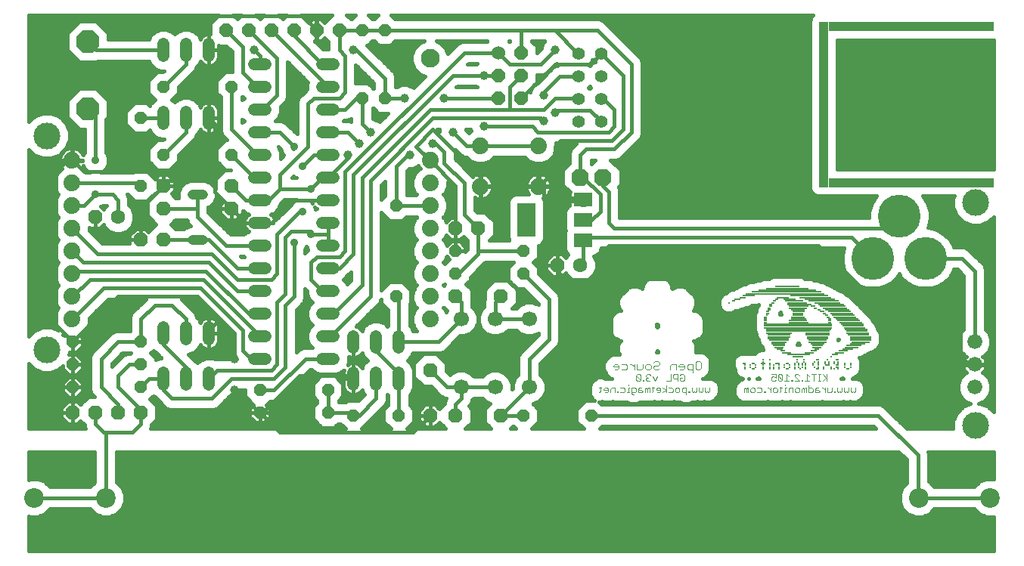
<source format=gbl>
G75*
G70*
%OFA0B0*%
%FSLAX24Y24*%
%IPPOS*%
%LPD*%
%AMOC8*
5,1,8,0,0,1.08239X$1,22.5*
%
%ADD10R,0.0157X0.0079*%
%ADD11R,0.0079X0.0079*%
%ADD12R,0.0236X0.0079*%
%ADD13R,0.0472X0.0079*%
%ADD14R,0.0315X0.0079*%
%ADD15R,0.1024X0.0079*%
%ADD16R,0.0394X0.0079*%
%ADD17R,0.0630X0.0079*%
%ADD18R,0.0709X0.0079*%
%ADD19R,0.0551X0.0079*%
%ADD20R,0.0787X0.0079*%
%ADD21R,0.0945X0.0079*%
%ADD22R,0.0866X0.0079*%
%ADD23R,0.1102X0.0079*%
%ADD24R,0.1181X0.0079*%
%ADD25R,0.2835X0.0079*%
%ADD26R,0.2913X0.0079*%
%ADD27R,0.2992X0.0079*%
%ADD28R,0.1339X0.0079*%
%ADD29R,0.1417X0.0079*%
%ADD30R,0.1654X0.0079*%
%ADD31R,0.3465X0.0079*%
%ADD32R,0.3071X0.0079*%
%ADD33R,0.2520X0.0079*%
%ADD34R,0.1890X0.0079*%
%ADD35C,0.0030*%
%ADD36R,0.0118X0.0039*%
%ADD37R,0.0079X0.0039*%
%ADD38R,0.0197X0.0039*%
%ADD39R,0.0315X0.0039*%
%ADD40R,0.0276X0.0039*%
%ADD41R,0.0354X0.0039*%
%ADD42R,0.0394X0.0039*%
%ADD43R,0.0472X0.0039*%
%ADD44R,0.0551X0.0039*%
%ADD45R,0.0157X0.0039*%
%ADD46R,0.0591X0.0039*%
%ADD47R,0.0866X0.0039*%
%ADD48R,0.0906X0.0039*%
%ADD49R,0.0945X0.0039*%
%ADD50R,0.0827X0.0039*%
%ADD51R,0.0984X0.0039*%
%ADD52R,0.1024X0.0039*%
%ADD53R,0.1181X0.0039*%
%ADD54R,0.1220X0.0039*%
%ADD55R,0.1063X0.0039*%
%ADD56R,0.1102X0.0039*%
%ADD57R,0.2283X0.0039*%
%ADD58R,0.2244X0.0039*%
%ADD59R,0.2205X0.0039*%
%ADD60R,0.2165X0.0039*%
%ADD61R,0.2362X0.0039*%
%ADD62R,0.2402X0.0039*%
%ADD63R,0.2441X0.0039*%
%ADD64R,0.2520X0.0039*%
%ADD65R,0.2559X0.0039*%
%ADD66R,0.2598X0.0039*%
%ADD67R,0.2638X0.0039*%
%ADD68R,0.0512X0.0039*%
%ADD69R,0.0787X0.0039*%
%ADD70R,0.0630X0.0039*%
%ADD71R,0.0236X0.0039*%
%ADD72C,0.0440*%
%ADD73OC8,0.0630*%
%ADD74C,0.0520*%
%ADD75OC8,0.0520*%
%ADD76C,0.0669*%
%ADD77OC8,0.1000*%
%ADD78OC8,0.0760*%
%ADD79C,0.0740*%
%ADD80C,0.1890*%
%ADD81OC8,0.0600*%
%ADD82R,0.0790X0.0590*%
%ADD83R,0.0790X0.1500*%
%ADD84R,0.7283X0.0394*%
%ADD85R,0.0394X0.7283*%
%ADD86C,0.0560*%
%ADD87R,0.0397X0.0397*%
%ADD88C,0.0660*%
%ADD89C,0.0630*%
%ADD90C,0.0866*%
%ADD91C,0.0600*%
%ADD92C,0.0160*%
%ADD93C,0.0396*%
%ADD94C,0.0357*%
%ADD95C,0.0827*%
%ADD96C,0.1181*%
D10*
X031392Y011338D03*
X032809Y010629D03*
X032809Y010550D03*
X032809Y010471D03*
X032809Y010393D03*
X032888Y010786D03*
X032888Y010865D03*
X032967Y010944D03*
X032967Y011023D03*
X033046Y011101D03*
X033046Y011180D03*
X033124Y011259D03*
X033203Y011338D03*
X033282Y011416D03*
X035014Y011023D03*
X035171Y010944D03*
X035408Y010786D03*
X035486Y010708D03*
X035565Y010629D03*
X035644Y010550D03*
X035644Y010471D03*
X035644Y010393D03*
X035959Y008739D03*
X035959Y008503D03*
X035959Y008424D03*
X036431Y008345D03*
X035093Y008345D03*
X035093Y008739D03*
X033754Y008582D03*
X033754Y008345D03*
X032258Y008345D03*
X032258Y008582D03*
X031864Y008582D03*
D11*
X031904Y008503D03*
X031904Y008424D03*
X031904Y008345D03*
X032140Y008424D03*
X032140Y008503D03*
X032376Y008503D03*
X032376Y008424D03*
X032691Y008424D03*
X032691Y008345D03*
X032691Y008503D03*
X032691Y008660D03*
X032691Y008739D03*
X033006Y008739D03*
X033006Y008582D03*
X033006Y008503D03*
X033006Y008424D03*
X033006Y008345D03*
X033164Y008345D03*
X033164Y008424D03*
X033164Y008503D03*
X033400Y008503D03*
X033400Y008424D03*
X033400Y008345D03*
X033636Y008424D03*
X033636Y008503D03*
X033872Y008503D03*
X033872Y008424D03*
X034109Y008424D03*
X034109Y008345D03*
X034109Y008503D03*
X034109Y008582D03*
X034187Y008660D03*
X034187Y008739D03*
X034266Y008582D03*
X034266Y008503D03*
X034266Y008424D03*
X034345Y008345D03*
X034423Y008424D03*
X034423Y008503D03*
X034423Y008582D03*
X034502Y008660D03*
X034502Y008739D03*
X034581Y008582D03*
X034581Y008503D03*
X034581Y008424D03*
X034581Y008345D03*
X034896Y008503D03*
X034896Y008582D03*
X034975Y008660D03*
X035132Y008660D03*
X035132Y008582D03*
X035132Y008503D03*
X035132Y008424D03*
X034975Y008424D03*
X035368Y008424D03*
X035368Y008345D03*
X035447Y008582D03*
X035447Y008660D03*
X035526Y008739D03*
X035605Y008660D03*
X035605Y008582D03*
X035683Y008424D03*
X035683Y008345D03*
X035841Y008345D03*
X035998Y008345D03*
X035998Y008582D03*
X035998Y008660D03*
X035841Y008660D03*
X035841Y008582D03*
X035683Y008897D03*
X036313Y008582D03*
X036313Y008503D03*
X036313Y008424D03*
X036549Y008424D03*
X036549Y008503D03*
X036549Y008582D03*
X032849Y010708D03*
X031195Y011259D03*
D12*
X034896Y011101D03*
X035290Y010865D03*
X035053Y009212D03*
X035526Y008503D03*
X033557Y009133D03*
X033321Y008582D03*
X032691Y008582D03*
D13*
X034227Y008897D03*
X035093Y009369D03*
X036431Y009212D03*
X034227Y010708D03*
X034227Y010786D03*
D14*
X031786Y011495D03*
X031549Y011416D03*
X033439Y009212D03*
X034935Y009133D03*
X035880Y008975D03*
D15*
X034266Y008975D03*
X033400Y009763D03*
X033400Y009842D03*
X036077Y010865D03*
X036156Y010786D03*
X036234Y010708D03*
X036313Y010629D03*
X036392Y010550D03*
X036471Y010471D03*
X036549Y010393D03*
X036628Y010314D03*
X036786Y010078D03*
X036864Y009920D03*
D16*
X036234Y009133D03*
X036077Y009054D03*
X035053Y009290D03*
X034738Y009054D03*
X033715Y009054D03*
X033400Y009290D03*
D17*
X033360Y009448D03*
X035093Y009448D03*
X036589Y009290D03*
X034227Y010629D03*
X034227Y010944D03*
D18*
X034266Y010550D03*
X033400Y009527D03*
X036707Y009369D03*
X036864Y009448D03*
D19*
X034266Y010865D03*
X033872Y011416D03*
X033557Y011495D03*
X032061Y011574D03*
X033400Y009369D03*
D20*
X035093Y009527D03*
X035093Y009605D03*
X034227Y010471D03*
X034227Y011023D03*
X034069Y011338D03*
X036983Y009527D03*
D21*
X036983Y009605D03*
X036983Y009684D03*
X036983Y009763D03*
X036904Y009842D03*
X036825Y009999D03*
X036746Y010156D03*
X036668Y010235D03*
X035093Y009763D03*
X035093Y009684D03*
X033360Y009684D03*
D22*
X033400Y009605D03*
X034266Y010393D03*
X034266Y011101D03*
X034187Y011259D03*
D23*
X034305Y011180D03*
X033754Y011968D03*
X035880Y011023D03*
X035959Y010944D03*
X035093Y009920D03*
X035093Y009842D03*
D24*
X033400Y009920D03*
X035762Y011101D03*
X035683Y011180D03*
X035526Y011259D03*
D25*
X034227Y009999D03*
D26*
X034266Y010078D03*
D27*
X034227Y010156D03*
X034227Y010235D03*
X034227Y010314D03*
D28*
X035368Y011338D03*
X035211Y011416D03*
D29*
X035014Y011495D03*
D30*
X034738Y011574D03*
D31*
X033675Y011653D03*
D32*
X033715Y011731D03*
D33*
X033754Y011810D03*
D34*
X033754Y011889D03*
D35*
X029965Y008618D02*
X029965Y008371D01*
X029903Y008309D01*
X029779Y008309D01*
X029718Y008371D01*
X029718Y008618D01*
X029779Y008680D01*
X029903Y008680D01*
X029965Y008618D01*
X029596Y008556D02*
X029411Y008556D01*
X029349Y008494D01*
X029349Y008371D01*
X029411Y008309D01*
X029596Y008309D01*
X029596Y008186D02*
X029596Y008556D01*
X029228Y008494D02*
X029228Y008371D01*
X029166Y008309D01*
X029043Y008309D01*
X028981Y008433D02*
X029228Y008433D01*
X029228Y008494D02*
X029166Y008556D01*
X029043Y008556D01*
X028981Y008494D01*
X028981Y008433D01*
X028860Y008556D02*
X028674Y008556D01*
X028613Y008494D01*
X028613Y008309D01*
X028625Y008100D02*
X028625Y007809D01*
X028432Y007809D01*
X028424Y007600D02*
X028424Y007309D01*
X028424Y007406D02*
X028279Y007503D01*
X028179Y007454D02*
X028130Y007503D01*
X028034Y007503D01*
X027985Y007454D01*
X027985Y007406D01*
X028179Y007406D01*
X028179Y007358D02*
X028179Y007454D01*
X028179Y007358D02*
X028130Y007309D01*
X028034Y007309D01*
X027836Y007358D02*
X027836Y007551D01*
X027884Y007503D02*
X027787Y007503D01*
X027688Y007503D02*
X027639Y007503D01*
X027591Y007454D01*
X027543Y007503D01*
X027494Y007454D01*
X027494Y007309D01*
X027591Y007309D02*
X027591Y007454D01*
X027688Y007503D02*
X027688Y007309D01*
X027787Y007309D02*
X027836Y007358D01*
X027393Y007358D02*
X027345Y007406D01*
X027200Y007406D01*
X027200Y007454D02*
X027200Y007309D01*
X027345Y007309D01*
X027393Y007358D01*
X027345Y007503D02*
X027248Y007503D01*
X027200Y007454D01*
X027098Y007454D02*
X027098Y007358D01*
X027050Y007309D01*
X026905Y007309D01*
X026905Y007261D02*
X026905Y007503D01*
X027050Y007503D01*
X027098Y007454D01*
X027002Y007213D02*
X026953Y007213D01*
X026905Y007261D01*
X026804Y007309D02*
X026707Y007309D01*
X026755Y007309D02*
X026755Y007503D01*
X026804Y007503D01*
X026755Y007600D02*
X026755Y007648D01*
X026607Y007454D02*
X026607Y007358D01*
X026559Y007309D01*
X026414Y007309D01*
X026313Y007309D02*
X026264Y007309D01*
X026264Y007358D01*
X026313Y007358D01*
X026313Y007309D01*
X026165Y007309D02*
X026165Y007503D01*
X026020Y007503D01*
X025972Y007454D01*
X025972Y007309D01*
X025871Y007358D02*
X025871Y007454D01*
X025822Y007503D01*
X025726Y007503D01*
X025677Y007454D01*
X025677Y007406D01*
X025871Y007406D01*
X025871Y007358D02*
X025822Y007309D01*
X025726Y007309D01*
X025528Y007358D02*
X025479Y007309D01*
X025528Y007358D02*
X025528Y007551D01*
X025576Y007503D02*
X025479Y007503D01*
X026414Y007503D02*
X026559Y007503D01*
X026607Y007454D01*
X027106Y007858D02*
X027154Y007809D01*
X027251Y007809D01*
X027299Y007858D01*
X027106Y008051D01*
X027106Y007858D01*
X027106Y008051D02*
X027154Y008100D01*
X027251Y008100D01*
X027299Y008051D01*
X027299Y007858D01*
X027398Y007858D02*
X027398Y007809D01*
X027447Y007809D01*
X027447Y007858D01*
X027398Y007858D01*
X027548Y007858D02*
X027596Y007809D01*
X027693Y007809D01*
X027741Y007858D01*
X027645Y007954D02*
X027596Y007954D01*
X027548Y007906D01*
X027548Y007858D01*
X027596Y007954D02*
X027548Y008003D01*
X027548Y008051D01*
X027596Y008100D01*
X027693Y008100D01*
X027741Y008051D01*
X027842Y008003D02*
X027939Y007809D01*
X028036Y008003D01*
X028726Y008051D02*
X028726Y007954D01*
X028775Y007906D01*
X028920Y007906D01*
X028920Y007809D02*
X028920Y008100D01*
X028775Y008100D01*
X028726Y008051D01*
X028860Y008309D02*
X028860Y008556D01*
X028123Y008556D02*
X028061Y008494D01*
X027938Y008494D01*
X027876Y008433D01*
X027876Y008371D01*
X027938Y008309D01*
X028061Y008309D01*
X028123Y008371D01*
X028123Y008556D02*
X028123Y008618D01*
X028061Y008680D01*
X027938Y008680D01*
X027876Y008618D01*
X027755Y008494D02*
X027755Y008371D01*
X027693Y008309D01*
X027570Y008309D01*
X027508Y008371D01*
X027508Y008494D01*
X027570Y008556D01*
X027693Y008556D01*
X027755Y008494D01*
X027386Y008556D02*
X027386Y008371D01*
X027325Y008309D01*
X027139Y008309D01*
X027139Y008556D01*
X027018Y008556D02*
X027018Y008309D01*
X027018Y008433D02*
X026895Y008556D01*
X026833Y008556D01*
X026711Y008494D02*
X026711Y008371D01*
X026649Y008309D01*
X026464Y008309D01*
X026343Y008371D02*
X026343Y008494D01*
X026281Y008556D01*
X026158Y008556D01*
X026096Y008494D01*
X026096Y008433D01*
X026343Y008433D01*
X026343Y008371D02*
X026281Y008309D01*
X026158Y008309D01*
X026464Y008556D02*
X026649Y008556D01*
X026711Y008494D01*
X028279Y007309D02*
X028424Y007406D01*
X028525Y007309D02*
X028671Y007309D01*
X028719Y007358D01*
X028719Y007454D01*
X028671Y007503D01*
X028525Y007503D01*
X028820Y007454D02*
X028869Y007503D01*
X028965Y007503D01*
X029014Y007454D01*
X029014Y007358D01*
X028965Y007309D01*
X028869Y007309D01*
X028820Y007358D01*
X028820Y007454D01*
X029115Y007454D02*
X029115Y007358D01*
X029163Y007309D01*
X029308Y007309D01*
X029308Y007213D02*
X029308Y007503D01*
X029163Y007503D01*
X029115Y007454D01*
X029407Y007358D02*
X029407Y007309D01*
X029456Y007309D01*
X029456Y007358D01*
X029407Y007358D01*
X029557Y007358D02*
X029557Y007503D01*
X029557Y007358D02*
X029605Y007309D01*
X029654Y007358D01*
X029702Y007309D01*
X029750Y007358D01*
X029750Y007503D01*
X029851Y007503D02*
X029851Y007358D01*
X029900Y007309D01*
X029948Y007358D01*
X029997Y007309D01*
X030045Y007358D01*
X030045Y007503D01*
X030146Y007503D02*
X030146Y007358D01*
X030194Y007309D01*
X030243Y007358D01*
X030291Y007309D01*
X030340Y007358D01*
X030340Y007503D01*
X029215Y007858D02*
X029215Y008051D01*
X029166Y008100D01*
X029069Y008100D01*
X029021Y008051D01*
X029021Y007954D02*
X029118Y007954D01*
X029021Y007954D02*
X029021Y007858D01*
X029069Y007809D01*
X029166Y007809D01*
X029215Y007858D01*
X031853Y007454D02*
X031853Y007309D01*
X031950Y007309D02*
X031950Y007454D01*
X031901Y007503D01*
X031853Y007454D01*
X031950Y007454D02*
X031998Y007503D01*
X032046Y007503D01*
X032046Y007309D01*
X032148Y007358D02*
X032148Y007454D01*
X032196Y007503D01*
X032293Y007503D01*
X032341Y007454D01*
X032341Y007358D01*
X032293Y007309D01*
X032196Y007309D01*
X032148Y007358D01*
X032442Y007309D02*
X032587Y007309D01*
X032636Y007358D01*
X032636Y007454D01*
X032587Y007503D01*
X032442Y007503D01*
X032735Y007358D02*
X032735Y007309D01*
X032783Y007309D01*
X032783Y007358D01*
X032735Y007358D01*
X032883Y007503D02*
X032932Y007503D01*
X033029Y007406D01*
X033029Y007309D02*
X033029Y007503D01*
X033130Y007454D02*
X033178Y007503D01*
X033275Y007503D01*
X033323Y007454D01*
X033323Y007358D01*
X033275Y007309D01*
X033178Y007309D01*
X033130Y007358D01*
X033130Y007454D01*
X033423Y007503D02*
X033520Y007503D01*
X033471Y007551D02*
X033471Y007358D01*
X033423Y007309D01*
X033619Y007309D02*
X033716Y007309D01*
X033668Y007309D02*
X033668Y007503D01*
X033716Y007503D01*
X033668Y007600D02*
X033668Y007648D01*
X033648Y007809D02*
X033841Y007809D01*
X033744Y007809D02*
X033744Y008100D01*
X033841Y008003D01*
X033940Y007858D02*
X033940Y007809D01*
X033988Y007809D01*
X033988Y007858D01*
X033940Y007858D01*
X034090Y007809D02*
X034283Y007809D01*
X034090Y008003D01*
X034090Y008051D01*
X034138Y008100D01*
X034235Y008100D01*
X034283Y008051D01*
X034382Y007858D02*
X034382Y007809D01*
X034430Y007809D01*
X034430Y007858D01*
X034382Y007858D01*
X034532Y007809D02*
X034725Y007809D01*
X034628Y007809D02*
X034628Y008100D01*
X034725Y008003D01*
X034826Y008100D02*
X035020Y008100D01*
X034923Y008100D02*
X034923Y007809D01*
X035119Y007809D02*
X035216Y007809D01*
X035168Y007809D02*
X035168Y008100D01*
X035216Y008100D02*
X035119Y008100D01*
X035317Y008100D02*
X035511Y007906D01*
X035462Y007954D02*
X035317Y007809D01*
X035511Y007809D02*
X035511Y008100D01*
X034701Y007600D02*
X034701Y007309D01*
X034846Y007309D01*
X034895Y007358D01*
X034895Y007454D01*
X034846Y007503D01*
X034701Y007503D01*
X034600Y007503D02*
X034552Y007503D01*
X034503Y007454D01*
X034455Y007503D01*
X034407Y007454D01*
X034407Y007309D01*
X034503Y007309D02*
X034503Y007454D01*
X034600Y007503D02*
X034600Y007309D01*
X034305Y007358D02*
X034257Y007309D01*
X034160Y007309D01*
X034112Y007358D01*
X034112Y007454D01*
X034160Y007503D01*
X034257Y007503D01*
X034305Y007454D01*
X034305Y007358D01*
X034011Y007309D02*
X034011Y007503D01*
X033866Y007503D01*
X033817Y007454D01*
X033817Y007309D01*
X033498Y007809D02*
X033546Y007858D01*
X033353Y008051D01*
X033353Y007858D01*
X033401Y007809D01*
X033498Y007809D01*
X033546Y007858D02*
X033546Y008051D01*
X033498Y008100D01*
X033401Y008100D01*
X033353Y008051D01*
X033252Y008100D02*
X033252Y007954D01*
X033155Y008003D01*
X033107Y008003D01*
X033058Y007954D01*
X033058Y007858D01*
X033107Y007809D01*
X033203Y007809D01*
X033252Y007858D01*
X033252Y008100D02*
X033058Y008100D01*
X034996Y007454D02*
X034996Y007309D01*
X035141Y007309D01*
X035189Y007358D01*
X035141Y007406D01*
X034996Y007406D01*
X034996Y007454D02*
X035044Y007503D01*
X035141Y007503D01*
X035290Y007503D02*
X035338Y007503D01*
X035435Y007406D01*
X035435Y007309D02*
X035435Y007503D01*
X035536Y007503D02*
X035536Y007309D01*
X035681Y007309D01*
X035730Y007358D01*
X035730Y007503D01*
X035828Y007358D02*
X035828Y007309D01*
X035877Y007309D01*
X035877Y007358D01*
X035828Y007358D01*
X035978Y007358D02*
X035978Y007503D01*
X035978Y007358D02*
X036026Y007309D01*
X036075Y007358D01*
X036123Y007309D01*
X036172Y007358D01*
X036172Y007503D01*
X036273Y007503D02*
X036273Y007358D01*
X036321Y007309D01*
X036369Y007358D01*
X036418Y007309D01*
X036466Y007358D01*
X036466Y007503D01*
X036567Y007503D02*
X036567Y007358D01*
X036616Y007309D01*
X036664Y007358D01*
X036712Y007309D01*
X036761Y007358D01*
X036761Y007503D01*
D36*
X029040Y008953D03*
X029040Y011551D03*
X027032Y011551D03*
D37*
X027524Y009110D03*
X027012Y008953D03*
X028547Y009110D03*
D38*
X028567Y009150D03*
X029040Y008992D03*
X027032Y008992D03*
X027032Y011512D03*
D39*
X027051Y011472D03*
X029020Y011472D03*
X029020Y009031D03*
D40*
X027032Y009031D03*
D41*
X029000Y009071D03*
D42*
X027051Y009071D03*
X027051Y011433D03*
X029020Y011433D03*
D43*
X028036Y011827D03*
X028036Y011866D03*
X028036Y011906D03*
X029020Y009110D03*
X027051Y009110D03*
D44*
X028981Y009150D03*
X028036Y011591D03*
X028036Y011630D03*
X028036Y011669D03*
X028036Y011709D03*
D45*
X027484Y009150D03*
D46*
X027071Y009150D03*
X027071Y011354D03*
X028016Y011551D03*
X029000Y011354D03*
D47*
X028784Y010606D03*
X028823Y010567D03*
X028823Y009937D03*
X028705Y009661D03*
X028705Y009622D03*
X028744Y009543D03*
X028784Y009465D03*
X028823Y009425D03*
X028823Y009386D03*
X028902Y009228D03*
X028902Y009189D03*
X027366Y009661D03*
X027327Y009543D03*
X027288Y009465D03*
X027248Y009425D03*
X027248Y009386D03*
X027209Y009346D03*
X027170Y009189D03*
X027248Y009937D03*
X027248Y010567D03*
D48*
X027268Y010606D03*
X027307Y010646D03*
X027268Y009898D03*
X027307Y009858D03*
X027347Y009701D03*
X027189Y009307D03*
X027150Y009228D03*
X028725Y009701D03*
X028843Y009346D03*
X028882Y009307D03*
X028882Y009268D03*
X028764Y010646D03*
D49*
X028784Y009898D03*
X028744Y009858D03*
X028705Y009780D03*
X028705Y009740D03*
X027366Y009740D03*
X027170Y009268D03*
X028036Y011394D03*
D50*
X027347Y009622D03*
X027347Y009583D03*
X027307Y009504D03*
X028725Y009583D03*
X028764Y009504D03*
D51*
X028725Y009819D03*
X027347Y009819D03*
X027347Y009780D03*
X027150Y009976D03*
X027347Y010685D03*
X028725Y010685D03*
D52*
X028902Y009976D03*
D53*
X029020Y010016D03*
X029099Y010173D03*
X029099Y010213D03*
X029099Y010252D03*
X029099Y010291D03*
X029099Y010331D03*
X028036Y011354D03*
X026973Y010370D03*
X026973Y010331D03*
X026973Y010291D03*
X026973Y010252D03*
X026973Y010213D03*
X026973Y010173D03*
X026973Y010134D03*
X027051Y010016D03*
D54*
X026992Y010055D03*
X026992Y010094D03*
X026992Y010409D03*
X026992Y010449D03*
X027032Y010488D03*
X029040Y010488D03*
X029079Y010449D03*
X029079Y010409D03*
X029079Y010370D03*
X029079Y010134D03*
X029079Y010094D03*
X029079Y010055D03*
D55*
X028921Y010528D03*
X027425Y010724D03*
X027110Y010528D03*
D56*
X028626Y010724D03*
D57*
X028036Y010764D03*
X028036Y011000D03*
D58*
X028016Y010961D03*
X028016Y010803D03*
D59*
X028036Y010843D03*
X028036Y010921D03*
D60*
X028016Y010882D03*
D61*
X028036Y011039D03*
D62*
X028016Y011079D03*
D63*
X028036Y011118D03*
D64*
X028036Y011157D03*
D65*
X028016Y011197D03*
D66*
X028036Y011236D03*
X028036Y011315D03*
D67*
X028016Y011276D03*
D68*
X028016Y011748D03*
X028016Y011787D03*
X029000Y011394D03*
X027071Y011394D03*
D69*
X028036Y011433D03*
D70*
X028036Y011472D03*
X028036Y011512D03*
D71*
X029020Y011512D03*
D72*
X007986Y014034D02*
X007546Y014034D01*
X007546Y016034D02*
X007986Y016034D01*
D73*
X009266Y016409D03*
X009266Y015409D03*
X006266Y015409D03*
X006266Y016409D03*
X003266Y015034D03*
X005266Y014034D03*
X006266Y014034D03*
X018016Y008284D03*
X018016Y006284D03*
X019141Y006284D03*
X021141Y006284D03*
X021141Y011534D03*
X019141Y011534D03*
X023641Y012909D03*
X020141Y014534D03*
X019141Y014534D03*
X005266Y006409D03*
X004266Y006409D03*
X003266Y006409D03*
X002266Y006409D03*
D74*
X006266Y007649D02*
X006266Y008169D01*
X007266Y008169D02*
X007266Y007649D01*
X008266Y007649D02*
X008266Y008169D01*
X010256Y008784D02*
X010776Y008784D01*
X010776Y009784D02*
X010256Y009784D01*
X010256Y010784D02*
X010776Y010784D01*
X010776Y011784D02*
X010256Y011784D01*
X010256Y012784D02*
X010776Y012784D01*
X010776Y013784D02*
X010256Y013784D01*
X010256Y014784D02*
X010776Y014784D01*
X010776Y015784D02*
X010256Y015784D01*
X010256Y016784D02*
X010776Y016784D01*
X010776Y017784D02*
X010256Y017784D01*
X010256Y018784D02*
X010776Y018784D01*
X010776Y019784D02*
X010256Y019784D01*
X010256Y020784D02*
X010776Y020784D01*
X010776Y021784D02*
X010256Y021784D01*
X008266Y022149D02*
X008266Y022669D01*
X007266Y022669D02*
X007266Y022149D01*
X006266Y022149D02*
X006266Y022669D01*
X006266Y019669D02*
X006266Y019149D01*
X007266Y019149D02*
X007266Y019669D01*
X008266Y019669D02*
X008266Y019149D01*
X013256Y018784D02*
X013776Y018784D01*
X013776Y017784D02*
X013256Y017784D01*
X013256Y016784D02*
X013776Y016784D01*
X013776Y015784D02*
X013256Y015784D01*
X013256Y014784D02*
X013776Y014784D01*
X013776Y013784D02*
X013256Y013784D01*
X013256Y012784D02*
X013776Y012784D01*
X013776Y011784D02*
X013256Y011784D01*
X013256Y010784D02*
X013776Y010784D01*
X013776Y009784D02*
X013256Y009784D01*
X014641Y009794D02*
X014641Y009274D01*
X013776Y008784D02*
X013256Y008784D01*
X014641Y008169D02*
X014641Y007649D01*
X015641Y007649D02*
X015641Y008169D01*
X016641Y008169D02*
X016641Y007649D01*
X016641Y009274D02*
X016641Y009794D01*
X015641Y009794D02*
X015641Y009274D01*
X008266Y009649D02*
X008266Y010169D01*
X007266Y010169D02*
X007266Y009649D01*
X006266Y009649D02*
X006266Y010169D01*
X013256Y019784D02*
X013776Y019784D01*
X013776Y020784D02*
X013256Y020784D01*
X013256Y021784D02*
X013776Y021784D01*
D75*
X015016Y020284D03*
X016016Y020284D03*
X016016Y023284D03*
X015016Y023284D03*
X009266Y020784D03*
X006266Y020784D03*
X005266Y019409D03*
X006266Y017784D03*
X005266Y016409D03*
X009266Y017784D03*
X016516Y015534D03*
X019141Y013534D03*
X019141Y012534D03*
X016516Y011534D03*
X022141Y012534D03*
X022141Y013534D03*
X013516Y007409D03*
X013516Y006409D03*
X014641Y006284D03*
X016641Y006284D03*
X022141Y006284D03*
X025141Y006284D03*
X010516Y006409D03*
X010516Y007409D03*
X005266Y007534D03*
X005266Y008534D03*
X005266Y009534D03*
X002266Y009534D03*
X002266Y008534D03*
X002266Y007534D03*
D76*
X019391Y007534D03*
X020891Y007534D03*
X022391Y007534D03*
X022391Y010534D03*
X020891Y010534D03*
X019391Y010534D03*
D77*
X002936Y019816D03*
X002936Y022776D03*
D78*
X024641Y016784D03*
X025641Y016784D03*
D79*
X022796Y016394D03*
X020236Y016394D03*
X018016Y016531D03*
X018016Y017531D03*
X020236Y018174D03*
X022796Y018174D03*
X018016Y015531D03*
X018016Y014531D03*
X018016Y013531D03*
X018016Y012531D03*
X018016Y011531D03*
X018016Y010531D03*
X002236Y010531D03*
X002236Y011531D03*
X002236Y012531D03*
X002236Y013531D03*
X002236Y014531D03*
X002236Y015531D03*
X002236Y016531D03*
X002236Y017531D03*
D80*
X037528Y013219D03*
X039851Y013219D03*
X038709Y015070D03*
D81*
X022016Y020284D03*
X021016Y020284D03*
X021016Y021284D03*
X022016Y021284D03*
X022016Y022284D03*
X014016Y023284D03*
X013016Y023284D03*
X012016Y023284D03*
X011016Y023284D03*
X010016Y023284D03*
X009016Y023284D03*
D82*
X024756Y015799D03*
X024756Y014899D03*
X024756Y013999D03*
D83*
X022276Y014909D03*
D84*
X039217Y016563D03*
X039217Y023453D03*
D85*
X035378Y020008D03*
D86*
X025550Y020261D03*
X024550Y020261D03*
X024550Y021261D03*
X025550Y021261D03*
X025550Y022261D03*
X024550Y022261D03*
X024550Y019261D03*
X025550Y019261D03*
D87*
X035378Y016563D03*
X042662Y016563D03*
X042662Y023453D03*
X035378Y023453D03*
D88*
X042016Y009534D03*
X042016Y008534D03*
X042016Y007534D03*
D89*
X024641Y012909D03*
X004266Y015034D03*
D90*
X003723Y002657D03*
X000573Y002657D03*
X039549Y002657D03*
X042699Y002657D03*
D91*
X021016Y022284D03*
D92*
X000338Y001853D02*
X000338Y000322D01*
X042858Y000322D01*
X042858Y001824D01*
X042533Y001824D01*
X042227Y001951D01*
X042001Y002177D01*
X040248Y002177D01*
X040021Y001951D01*
X039715Y001824D01*
X039384Y001824D01*
X039078Y001951D01*
X038843Y002186D01*
X004429Y002186D01*
X004556Y002492D01*
X004556Y002823D01*
X004429Y003129D01*
X004203Y003356D01*
X004203Y004691D01*
X038681Y004691D01*
X039036Y004336D01*
X039036Y003322D01*
X038843Y003129D01*
X038716Y002823D01*
X038716Y002492D01*
X038843Y002186D01*
X038777Y002344D02*
X004495Y002344D01*
X004556Y002503D02*
X038716Y002503D01*
X038716Y002661D02*
X004556Y002661D01*
X004556Y002820D02*
X038716Y002820D01*
X038781Y002978D02*
X004491Y002978D01*
X004421Y003137D02*
X038851Y003137D01*
X039009Y003295D02*
X004263Y003295D01*
X004203Y003454D02*
X039036Y003454D01*
X039036Y003612D02*
X004203Y003612D01*
X004203Y003771D02*
X039036Y003771D01*
X039036Y003929D02*
X004203Y003929D01*
X004203Y004088D02*
X039036Y004088D01*
X039036Y004246D02*
X004203Y004246D01*
X004203Y004405D02*
X038967Y004405D01*
X038808Y004563D02*
X004203Y004563D01*
X003243Y004563D02*
X000338Y004563D01*
X000338Y004691D02*
X003243Y004691D01*
X003243Y003356D01*
X003025Y003137D01*
X001271Y003137D01*
X001045Y003364D01*
X000739Y003491D01*
X000407Y003491D01*
X000338Y003462D01*
X000338Y004691D01*
X000338Y004405D02*
X003243Y004405D01*
X003243Y004246D02*
X000338Y004246D01*
X000338Y004088D02*
X003243Y004088D01*
X003243Y003929D02*
X000338Y003929D01*
X000338Y003771D02*
X003243Y003771D01*
X003243Y003612D02*
X000338Y003612D01*
X000827Y003454D02*
X003243Y003454D01*
X003182Y003295D02*
X001113Y003295D01*
X000573Y002657D02*
X003723Y002657D01*
X003723Y005491D01*
X003766Y005534D01*
X004891Y005534D01*
X005266Y005909D01*
X005266Y006409D01*
X005266Y006534D01*
X004266Y007534D01*
X004266Y008034D01*
X004766Y008534D01*
X005266Y008534D01*
X005699Y009034D02*
X005926Y008808D01*
X005926Y008743D01*
X006135Y008829D01*
X006167Y008829D01*
X005994Y009003D01*
X005917Y009080D01*
X005892Y009090D01*
X005823Y009159D01*
X005699Y009034D01*
X005732Y009001D02*
X005995Y009001D01*
X005891Y008843D02*
X006154Y008843D01*
X006266Y009409D02*
X006266Y009909D01*
X006266Y009409D02*
X007266Y008409D01*
X007266Y007909D01*
X008266Y007909D02*
X008641Y008284D01*
X011016Y008284D01*
X011266Y008534D01*
X011266Y011284D01*
X011641Y011659D01*
X011641Y014159D01*
X011891Y014409D01*
X012766Y014409D01*
X012766Y014284D01*
X013516Y014284D01*
X013516Y013784D01*
X013516Y014284D02*
X013516Y014784D01*
X012391Y015284D02*
X012266Y015284D01*
X011266Y014284D01*
X011266Y012534D01*
X011016Y012284D01*
X009516Y012284D01*
X008391Y013409D01*
X003358Y013409D01*
X002236Y014531D01*
X002240Y014534D01*
X003006Y014549D02*
X003051Y014549D01*
X003061Y014539D02*
X003266Y014539D01*
X003471Y014539D01*
X003631Y014699D01*
X003660Y014629D01*
X003861Y014428D01*
X004124Y014319D01*
X004408Y014319D01*
X004671Y014428D01*
X004872Y014629D01*
X004981Y014892D01*
X004981Y015177D01*
X004872Y015439D01*
X004746Y015566D01*
X004746Y015880D01*
X004675Y016051D01*
X004692Y016051D01*
X004993Y015749D01*
X005539Y015749D01*
X005883Y016093D01*
X005910Y016065D01*
X005551Y015706D01*
X005551Y015113D01*
X005942Y014722D01*
X005610Y014390D01*
X005471Y014529D01*
X005266Y014529D01*
X005266Y014034D01*
X004771Y014034D01*
X004771Y013889D01*
X003556Y013889D01*
X003006Y014439D01*
X003006Y014594D01*
X003061Y014539D01*
X003055Y014390D02*
X003952Y014390D01*
X003740Y014549D02*
X003481Y014549D01*
X003266Y014549D02*
X003266Y014549D01*
X003266Y014539D02*
X003266Y015034D01*
X003266Y015034D01*
X003266Y014539D01*
X003266Y014534D02*
X003766Y014034D01*
X005266Y014034D01*
X005266Y014034D01*
X005266Y015409D01*
X006266Y016409D01*
X006266Y016409D01*
X006761Y016409D01*
X006761Y016204D01*
X006622Y016065D01*
X006797Y015889D01*
X006935Y015889D01*
X006926Y015911D01*
X006926Y016158D01*
X007020Y016386D01*
X007195Y016560D01*
X007423Y016654D01*
X008109Y016654D01*
X008337Y016560D01*
X008512Y016386D01*
X008551Y016291D01*
X008551Y016706D01*
X008970Y017124D01*
X009247Y017124D01*
X009247Y017124D01*
X008993Y017124D01*
X008606Y017511D01*
X008606Y018058D01*
X008993Y018444D01*
X009052Y018444D01*
X008994Y018503D01*
X008859Y018638D01*
X008786Y018814D01*
X008786Y020331D01*
X008606Y020511D01*
X008606Y021058D01*
X008993Y021444D01*
X009286Y021444D01*
X009286Y022336D01*
X009037Y022584D01*
X008726Y022584D01*
X008706Y022605D01*
X008706Y022409D01*
X008266Y022409D01*
X008266Y021709D01*
X008301Y021709D01*
X008369Y021720D01*
X008435Y021742D01*
X008497Y021773D01*
X008553Y021814D01*
X008602Y021863D01*
X008642Y021919D01*
X008674Y021981D01*
X008695Y022046D01*
X008706Y022115D01*
X008706Y022409D01*
X008266Y022409D01*
X008266Y022409D01*
X008266Y021709D01*
X008231Y021709D01*
X008163Y021720D01*
X008097Y021742D01*
X008035Y021773D01*
X007979Y021814D01*
X007930Y021863D01*
X007890Y021919D01*
X007887Y021924D01*
X007826Y021776D01*
X007746Y021696D01*
X007746Y021689D01*
X007673Y021513D01*
X006926Y020766D01*
X006926Y020511D01*
X006642Y020227D01*
X006766Y020103D01*
X006892Y020229D01*
X007135Y020329D01*
X007397Y020329D01*
X007640Y020229D01*
X007826Y020043D01*
X007887Y019895D01*
X007890Y019900D01*
X007930Y019956D01*
X007979Y020005D01*
X008035Y020046D01*
X008097Y020077D01*
X008163Y020099D01*
X008231Y020109D01*
X008266Y020109D01*
X008266Y019409D01*
X008266Y018709D01*
X008301Y018709D01*
X008369Y018720D01*
X008435Y018742D01*
X008497Y018773D01*
X008553Y018814D01*
X008602Y018863D01*
X008642Y018919D01*
X008674Y018981D01*
X008695Y019046D01*
X008706Y019115D01*
X008706Y019409D01*
X008266Y019409D01*
X008266Y019409D01*
X008266Y018709D01*
X008231Y018709D01*
X008163Y018720D01*
X008097Y018742D01*
X008035Y018773D01*
X007979Y018814D01*
X007930Y018863D01*
X007890Y018919D01*
X007887Y018924D01*
X007826Y018776D01*
X007746Y018696D01*
X007746Y018689D01*
X007673Y018513D01*
X006926Y017766D01*
X006926Y017511D01*
X006539Y017124D01*
X005993Y017124D01*
X005606Y017511D01*
X005606Y018058D01*
X005993Y018444D01*
X006247Y018444D01*
X006292Y018489D01*
X006135Y018489D01*
X005892Y018590D01*
X005706Y018776D01*
X005665Y018875D01*
X005539Y018749D01*
X004993Y018749D01*
X004606Y019136D01*
X004606Y019683D01*
X004993Y020069D01*
X005539Y020069D01*
X005665Y019944D01*
X005706Y020043D01*
X005890Y020227D01*
X005606Y020511D01*
X005606Y021058D01*
X005993Y021444D01*
X006247Y021444D01*
X006292Y021489D01*
X006135Y021489D01*
X005892Y021590D01*
X005706Y021776D01*
X005643Y021929D01*
X003362Y021929D01*
X003309Y021876D01*
X002563Y021876D01*
X002036Y022403D01*
X002036Y023149D01*
X002563Y023676D01*
X003309Y023676D01*
X003836Y023149D01*
X003836Y022889D01*
X005643Y022889D01*
X005706Y023043D01*
X005892Y023229D01*
X006135Y023329D01*
X006397Y023329D01*
X006640Y023229D01*
X006766Y023103D01*
X006892Y023229D01*
X007135Y023329D01*
X007397Y023329D01*
X007640Y023229D01*
X007826Y023043D01*
X007887Y022895D01*
X007890Y022900D01*
X007930Y022956D01*
X007979Y023005D01*
X008035Y023046D01*
X008097Y023077D01*
X008163Y023099D01*
X008231Y023109D01*
X008266Y023109D01*
X008266Y022409D01*
X008266Y022409D01*
X008266Y019409D01*
X008266Y019409D01*
X008516Y019159D01*
X008516Y016659D01*
X008516Y016159D01*
X009266Y015409D01*
X009266Y014914D01*
X009471Y014914D01*
X009761Y015204D01*
X009761Y015319D01*
X009796Y015304D01*
X009803Y015304D01*
X009882Y015225D01*
X010031Y015163D01*
X010025Y015161D01*
X009969Y015120D01*
X009920Y015071D01*
X009880Y015015D01*
X009848Y014953D01*
X009827Y014887D01*
X009816Y014819D01*
X009816Y014784D01*
X009816Y014750D01*
X009827Y014681D01*
X009848Y014616D01*
X009880Y014554D01*
X009920Y014498D01*
X009969Y014449D01*
X010025Y014408D01*
X010031Y014405D01*
X009882Y014344D01*
X009803Y014264D01*
X009215Y014264D01*
X008246Y015233D01*
X008246Y015471D01*
X008337Y015509D01*
X008512Y015683D01*
X008606Y015911D01*
X008606Y016058D01*
X008910Y015754D01*
X008771Y015614D01*
X008771Y015409D01*
X008771Y015204D01*
X009061Y014914D01*
X009266Y014914D01*
X009266Y015409D01*
X009266Y015409D01*
X008771Y015409D01*
X009266Y015409D01*
X009266Y015409D01*
X009891Y014784D01*
X010516Y014784D01*
X011087Y014784D01*
X011087Y014784D01*
X010516Y014784D01*
X010516Y014784D01*
X009816Y014784D01*
X010516Y014784D01*
X010516Y014784D01*
X011016Y014784D01*
X012016Y015784D01*
X013516Y015784D01*
X012834Y015660D02*
X012787Y015706D01*
X012823Y015706D01*
X012827Y015681D01*
X012834Y015660D01*
X012935Y015484D02*
X012969Y015449D01*
X013025Y015408D01*
X013031Y015405D01*
X012969Y015380D01*
X012969Y015400D01*
X012935Y015484D01*
X012135Y015804D02*
X012063Y015775D01*
X011901Y015612D01*
X011891Y015588D01*
X011859Y015556D01*
X011201Y014899D01*
X011184Y014953D01*
X011152Y015015D01*
X011112Y015071D01*
X011063Y015120D01*
X011007Y015161D01*
X011001Y015163D01*
X011150Y015225D01*
X011336Y015411D01*
X011434Y015649D01*
X011590Y015804D01*
X012135Y015804D01*
X011947Y015658D02*
X011444Y015658D01*
X011373Y015500D02*
X011803Y015500D01*
X011644Y015341D02*
X011266Y015341D01*
X011048Y015183D02*
X011486Y015183D01*
X011327Y015024D02*
X011145Y015024D01*
X009984Y015183D02*
X009740Y015183D01*
X009886Y015024D02*
X009581Y015024D01*
X009823Y014866D02*
X008613Y014866D01*
X008455Y015024D02*
X008951Y015024D01*
X008792Y015183D02*
X008296Y015183D01*
X008246Y015341D02*
X008771Y015341D01*
X008771Y015500D02*
X008316Y015500D01*
X008487Y015658D02*
X008815Y015658D01*
X008847Y015817D02*
X008567Y015817D01*
X008606Y015975D02*
X008689Y015975D01*
X008551Y016292D02*
X008550Y016292D01*
X008551Y016451D02*
X008446Y016451D01*
X008551Y016609D02*
X008218Y016609D01*
X008516Y016659D02*
X006016Y016659D01*
X006266Y016409D01*
X006761Y016409D01*
X006761Y016614D01*
X006471Y016904D01*
X006266Y016904D01*
X006061Y016904D01*
X005883Y016726D01*
X005539Y017069D01*
X004993Y017069D01*
X004934Y017011D01*
X003513Y017011D01*
X003594Y017044D01*
X003756Y017207D01*
X003844Y017419D01*
X003844Y017650D01*
X003756Y017862D01*
X003746Y017872D01*
X003746Y019353D01*
X003836Y019443D01*
X003836Y020189D01*
X003309Y020716D01*
X002563Y020716D01*
X002036Y020189D01*
X002036Y019443D01*
X002563Y018916D01*
X002786Y018916D01*
X002786Y017872D01*
X002776Y017862D01*
X002735Y017764D01*
X002707Y017819D01*
X002656Y017889D01*
X002595Y017950D01*
X002525Y018001D01*
X002448Y018040D01*
X002365Y018067D01*
X002280Y018081D01*
X002256Y018081D01*
X002256Y017551D01*
X002216Y017551D01*
X002216Y018081D01*
X002193Y018081D01*
X002108Y018067D01*
X002025Y018040D01*
X001948Y018001D01*
X001878Y017950D01*
X001817Y017889D01*
X001766Y017819D01*
X001727Y017742D01*
X001700Y017659D01*
X001686Y017574D01*
X001686Y017551D01*
X002216Y017551D01*
X002216Y017511D01*
X001686Y017511D01*
X001686Y017487D01*
X001700Y017402D01*
X000338Y017402D01*
X000338Y017560D02*
X001686Y017560D01*
X001700Y017402D02*
X001727Y017319D01*
X001766Y017242D01*
X001807Y017186D01*
X001800Y017183D01*
X001584Y016967D01*
X001466Y016684D01*
X001466Y016377D01*
X001584Y016094D01*
X001648Y016031D01*
X001584Y015967D01*
X001466Y015684D01*
X001466Y015377D01*
X001584Y015094D01*
X001648Y015031D01*
X001584Y014967D01*
X001466Y014684D01*
X001466Y014377D01*
X001584Y014094D01*
X001648Y014031D01*
X001584Y013967D01*
X001466Y013684D01*
X001466Y013377D01*
X001584Y013094D01*
X001648Y013031D01*
X001584Y012967D01*
X001466Y012684D01*
X001466Y012377D01*
X001584Y012094D01*
X001648Y012031D01*
X001584Y011967D01*
X001466Y011684D01*
X001466Y011377D01*
X001584Y011094D01*
X001648Y011031D01*
X001584Y010967D01*
X001466Y010684D01*
X001466Y010377D01*
X001584Y010094D01*
X001638Y010040D01*
X001322Y010171D01*
X000928Y010171D01*
X000564Y010020D01*
X000338Y009794D01*
X000338Y009794D01*
X000338Y018015D01*
X000564Y017789D01*
X000928Y017638D01*
X001322Y017638D01*
X001686Y017789D01*
X001965Y018068D01*
X002116Y018432D01*
X002116Y018826D01*
X001965Y019190D01*
X001686Y019469D01*
X001322Y019619D01*
X000928Y019619D01*
X000564Y019469D01*
X000338Y019242D01*
X000338Y023944D01*
X008685Y023944D01*
X008316Y023574D01*
X008316Y023107D01*
X008301Y023109D01*
X008266Y023109D01*
X008266Y022409D01*
X008266Y023534D01*
X008641Y023909D01*
X012391Y023909D01*
X013016Y023284D01*
X013036Y023264D02*
X013036Y022804D01*
X013215Y022804D01*
X013360Y022950D01*
X013536Y022774D01*
X013536Y022444D01*
X013285Y022444D01*
X012925Y022804D01*
X012996Y022804D01*
X012996Y023264D01*
X013036Y023264D01*
X013036Y023304D02*
X012996Y023304D01*
X012996Y023764D01*
X012817Y023764D01*
X012672Y023619D01*
X012346Y023944D01*
X013685Y023944D01*
X013360Y023619D01*
X013215Y023764D01*
X013036Y023764D01*
X013036Y023304D01*
X013036Y023425D02*
X012996Y023425D01*
X012996Y023583D02*
X013036Y023583D01*
X013036Y023742D02*
X012996Y023742D01*
X012795Y023742D02*
X012548Y023742D01*
X012390Y023900D02*
X013642Y023900D01*
X013484Y023742D02*
X013237Y023742D01*
X013036Y023108D02*
X012996Y023108D01*
X012996Y022949D02*
X013036Y022949D01*
X012938Y022791D02*
X013520Y022791D01*
X013536Y022632D02*
X013097Y022632D01*
X013255Y022474D02*
X013536Y022474D01*
X014016Y022409D02*
X014266Y022159D01*
X014266Y020534D01*
X014016Y020284D01*
X012891Y020284D01*
X012641Y020034D01*
X012641Y018159D01*
X011391Y016909D01*
X011391Y016284D01*
X012766Y016284D01*
X013266Y016784D01*
X013516Y016784D01*
X014391Y017659D01*
X014391Y017784D01*
X014891Y018284D02*
X014391Y018784D01*
X013516Y018784D01*
X014209Y019284D02*
X014229Y019304D01*
X014536Y019304D01*
X014536Y019244D02*
X014486Y019264D01*
X014296Y019264D01*
X014229Y019264D01*
X014209Y019284D01*
X014229Y019304D02*
X014361Y019304D01*
X014536Y019377D01*
X014536Y019244D01*
X015016Y019159D02*
X015391Y018784D01*
X015016Y019159D02*
X015016Y020284D01*
X014766Y020284D01*
X014266Y019784D01*
X013516Y019784D01*
X013891Y019784D01*
X012596Y020668D02*
X012484Y020556D01*
X012234Y020306D01*
X012161Y020130D01*
X012161Y018720D01*
X012132Y018732D01*
X012117Y018732D01*
X011658Y019191D01*
X011481Y019264D01*
X011229Y019264D01*
X011209Y019284D01*
X011336Y019411D01*
X011436Y019653D01*
X011436Y019901D01*
X011538Y020003D01*
X011673Y020138D01*
X011746Y020314D01*
X011746Y021876D01*
X012628Y020993D01*
X012596Y020916D01*
X012596Y020668D01*
X012596Y020730D02*
X011746Y020730D01*
X011746Y020572D02*
X012500Y020572D01*
X012341Y020413D02*
X011746Y020413D01*
X011722Y020255D02*
X012213Y020255D01*
X012161Y020096D02*
X011632Y020096D01*
X011473Y019938D02*
X012161Y019938D01*
X012161Y019779D02*
X011436Y019779D01*
X011423Y019621D02*
X012161Y019621D01*
X012161Y019462D02*
X011357Y019462D01*
X011229Y019304D02*
X012161Y019304D01*
X012161Y019145D02*
X011704Y019145D01*
X011862Y018987D02*
X012161Y018987D01*
X012161Y018828D02*
X012021Y018828D01*
X011386Y018784D02*
X012017Y018154D01*
X012011Y018034D01*
X011578Y017775D02*
X011422Y017619D01*
X011436Y017653D01*
X011436Y017916D01*
X011337Y018154D01*
X011438Y018053D01*
X011438Y018038D01*
X011526Y017826D01*
X011578Y017775D01*
X011522Y017719D02*
X011436Y017719D01*
X011436Y017877D02*
X011505Y017877D01*
X011439Y018036D02*
X011386Y018036D01*
X010516Y017784D02*
X010391Y017784D01*
X009266Y018909D01*
X009266Y020784D01*
X009746Y020331D02*
X009761Y020346D01*
X009823Y020284D01*
X009746Y020208D01*
X009746Y020331D01*
X009746Y020255D02*
X009793Y020255D01*
X010391Y020784D02*
X010516Y020784D01*
X010391Y020784D02*
X009766Y021409D01*
X009766Y022534D01*
X009016Y023284D01*
X008316Y023266D02*
X007549Y023266D01*
X007761Y023108D02*
X008222Y023108D01*
X008266Y023108D02*
X008266Y023108D01*
X008310Y023108D02*
X008316Y023108D01*
X008266Y022949D02*
X008266Y022949D01*
X008266Y022791D02*
X008266Y022791D01*
X008266Y022632D02*
X008266Y022632D01*
X008266Y022474D02*
X008266Y022474D01*
X008266Y022409D02*
X008266Y022409D01*
X008266Y022315D02*
X008266Y022315D01*
X008266Y022157D02*
X008266Y022157D01*
X008266Y021998D02*
X008266Y021998D01*
X008266Y021840D02*
X008266Y021840D01*
X008579Y021840D02*
X009286Y021840D01*
X009286Y021998D02*
X008680Y021998D01*
X008706Y022157D02*
X009286Y022157D01*
X009286Y022315D02*
X008706Y022315D01*
X008706Y022474D02*
X009148Y022474D01*
X007926Y022949D02*
X007864Y022949D01*
X008316Y023425D02*
X003560Y023425D01*
X003402Y023583D02*
X008325Y023583D01*
X008484Y023742D02*
X000338Y023742D01*
X000338Y023900D02*
X008642Y023900D01*
X009346Y023944D02*
X009516Y023774D01*
X009685Y023944D01*
X009346Y023944D01*
X009390Y023900D02*
X009642Y023900D01*
X010346Y023944D02*
X010516Y023774D01*
X010685Y023944D01*
X010346Y023944D01*
X010390Y023900D02*
X010642Y023900D01*
X011346Y023944D02*
X011516Y023774D01*
X011685Y023944D01*
X011346Y023944D01*
X011390Y023900D02*
X011642Y023900D01*
X012016Y023284D02*
X012016Y023034D01*
X013266Y021784D01*
X013516Y021784D01*
X012416Y021206D02*
X011746Y021206D01*
X011746Y021364D02*
X012257Y021364D01*
X012099Y021523D02*
X011746Y021523D01*
X011746Y021681D02*
X011940Y021681D01*
X011782Y021840D02*
X011746Y021840D01*
X011266Y022034D02*
X011266Y020409D01*
X010641Y019784D01*
X010516Y019784D01*
X009823Y019284D02*
X009746Y019361D01*
X009746Y019208D01*
X009823Y019284D01*
X009803Y019304D02*
X009746Y019304D01*
X010516Y018784D02*
X011386Y018784D01*
X012391Y017284D02*
X012891Y017784D01*
X013516Y017784D01*
X014266Y017034D02*
X019516Y022284D01*
X021016Y022284D01*
X021516Y021784D01*
X022891Y021784D01*
X023516Y022409D01*
X022961Y022632D02*
X022658Y022632D01*
X022716Y022574D02*
X022496Y022794D01*
X022496Y022804D01*
X023065Y022804D01*
X023009Y022748D01*
X022918Y022528D01*
X022918Y022490D01*
X022716Y022288D01*
X022716Y022574D01*
X022716Y022474D02*
X022902Y022474D01*
X022743Y022315D02*
X022716Y022315D01*
X022016Y022284D02*
X022016Y023284D01*
X023516Y023284D01*
X025391Y023284D01*
X026891Y021784D01*
X026891Y018784D01*
X026141Y018034D01*
X024891Y018034D01*
X024641Y017784D01*
X024641Y016784D01*
X024766Y016784D01*
X025516Y016034D01*
X025516Y015284D01*
X025131Y014899D01*
X024756Y014899D01*
X023961Y014866D02*
X023071Y014866D01*
X023071Y015024D02*
X023961Y015024D01*
X023961Y015183D02*
X023071Y015183D01*
X023071Y015341D02*
X023989Y015341D01*
X023961Y015274D02*
X024022Y015421D01*
X024134Y015534D01*
X024181Y015553D01*
X024181Y015732D01*
X024688Y015732D01*
X024688Y015867D01*
X024181Y015867D01*
X024181Y016118D01*
X024186Y016136D01*
X023861Y016461D01*
X023861Y017108D01*
X024161Y017408D01*
X024161Y017880D01*
X024234Y018056D01*
X024454Y018276D01*
X024204Y018276D01*
X024135Y018304D01*
X023566Y018304D01*
X023566Y018021D01*
X023449Y017738D01*
X023232Y017522D01*
X022949Y017404D01*
X022643Y017404D01*
X022360Y017522D01*
X022187Y017694D01*
X020845Y017694D01*
X020672Y017522D01*
X020389Y017404D01*
X020083Y017404D01*
X019800Y017522D01*
X019627Y017694D01*
X019531Y017694D01*
X019354Y017768D01*
X019219Y017903D01*
X019121Y018001D01*
X019121Y017608D01*
X019899Y016830D01*
X019948Y016865D01*
X020025Y016904D01*
X020107Y016931D01*
X020193Y016944D01*
X020216Y016944D01*
X020216Y016414D01*
X020256Y016414D01*
X020786Y016414D01*
X020786Y016438D01*
X020772Y016523D01*
X020746Y016606D01*
X020706Y016683D01*
X020655Y016753D01*
X020594Y016814D01*
X020524Y016865D01*
X020447Y016904D01*
X020365Y016931D01*
X020279Y016944D01*
X020256Y016944D01*
X020256Y016414D01*
X020256Y016374D01*
X020256Y015844D01*
X020279Y015844D01*
X020365Y015858D01*
X020447Y015885D01*
X020524Y015924D01*
X020594Y015975D01*
X020655Y016036D01*
X020706Y016106D01*
X020746Y016183D01*
X020772Y016266D01*
X020786Y016351D01*
X020786Y016374D01*
X020256Y016374D01*
X020216Y016374D01*
X020216Y015844D01*
X020193Y015844D01*
X020107Y015858D01*
X020025Y015885D01*
X019996Y015899D01*
X019996Y015358D01*
X020105Y015249D01*
X020437Y015249D01*
X020856Y014831D01*
X020856Y014238D01*
X020632Y014014D01*
X021508Y014014D01*
X021481Y014080D01*
X021481Y015739D01*
X021542Y015886D01*
X021654Y015999D01*
X021801Y016059D01*
X022360Y016059D01*
X022326Y016106D01*
X022286Y016183D01*
X022260Y016266D01*
X022246Y016351D01*
X022246Y016374D01*
X022776Y016374D01*
X022776Y016414D01*
X022246Y016414D01*
X022246Y016438D01*
X022260Y016523D01*
X022286Y016606D01*
X022326Y016683D01*
X022376Y016753D01*
X022438Y016814D01*
X022508Y016865D01*
X022585Y016904D01*
X022667Y016931D01*
X022753Y016944D01*
X022776Y016944D01*
X022776Y016414D01*
X022816Y016414D01*
X023346Y016414D01*
X023346Y016438D01*
X023332Y016523D01*
X023306Y016606D01*
X023266Y016683D01*
X023215Y016753D01*
X023154Y016814D01*
X023084Y016865D01*
X023007Y016904D01*
X022925Y016931D01*
X022839Y016944D01*
X022816Y016944D01*
X022816Y016414D01*
X022816Y016374D01*
X023346Y016374D01*
X023346Y016351D01*
X023332Y016266D01*
X023306Y016183D01*
X023266Y016106D01*
X023215Y016036D01*
X023154Y015975D01*
X023084Y015924D01*
X023010Y015886D01*
X023010Y015886D01*
X023071Y015739D01*
X023071Y014080D01*
X023010Y013933D01*
X022898Y013820D01*
X022801Y013780D01*
X022801Y013261D01*
X022574Y013034D01*
X022801Y012808D01*
X022801Y012553D01*
X023673Y011681D01*
X023746Y011505D01*
X023746Y009564D01*
X023673Y009388D01*
X023538Y009253D01*
X022871Y008586D01*
X022871Y008093D01*
X023014Y007951D01*
X023126Y007681D01*
X023126Y007388D01*
X023014Y007118D01*
X022807Y006912D01*
X022553Y006806D01*
X022801Y006558D01*
X022801Y006011D01*
X022491Y005701D01*
X024791Y005701D01*
X024481Y006011D01*
X024481Y006558D01*
X024868Y006944D01*
X025276Y006944D01*
X025244Y006957D01*
X025127Y007074D01*
X025064Y007227D01*
X025064Y007392D01*
X025070Y007406D01*
X025064Y007420D01*
X025064Y007585D01*
X025127Y007738D01*
X025244Y007855D01*
X025293Y007903D01*
X025445Y007966D01*
X025610Y007966D01*
X025727Y007918D01*
X025740Y007918D01*
X025740Y007918D01*
X025821Y007918D01*
X025905Y007918D01*
X025905Y007918D01*
X025921Y007911D01*
X025938Y007918D01*
X026018Y007918D01*
X025923Y007957D01*
X025806Y008074D01*
X025762Y008180D01*
X025744Y008198D01*
X025681Y008350D01*
X025681Y008577D01*
X025744Y008730D01*
X025861Y008846D01*
X025923Y008908D01*
X026075Y008971D01*
X026199Y008971D01*
X026199Y008971D01*
X026280Y008971D01*
X026364Y008971D01*
X026364Y008971D01*
X026373Y008967D01*
X026358Y008982D01*
X026297Y009129D01*
X026297Y009367D01*
X026358Y009514D01*
X026397Y009553D01*
X026437Y009593D01*
X026440Y009596D01*
X026381Y009596D01*
X026234Y009657D01*
X026223Y009668D01*
X026156Y009696D01*
X026043Y009809D01*
X025982Y009956D01*
X025982Y010548D01*
X026043Y010695D01*
X026082Y010734D01*
X026082Y010734D01*
X026195Y010847D01*
X026342Y010908D01*
X026404Y010908D01*
X026430Y010918D01*
X026397Y010951D01*
X026370Y011018D01*
X026358Y011029D01*
X026297Y011176D01*
X026297Y011375D01*
X026358Y011522D01*
X026397Y011561D01*
X026437Y011601D01*
X026549Y011713D01*
X026549Y011713D01*
X026555Y011719D01*
X026555Y011719D01*
X026594Y011758D01*
X026594Y011758D01*
X026634Y011797D01*
X026746Y011910D01*
X026893Y011971D01*
X027170Y011971D01*
X027317Y011910D01*
X027360Y011867D01*
X027360Y011887D01*
X027399Y011982D01*
X027399Y012005D01*
X027460Y012152D01*
X027573Y012264D01*
X027720Y012325D01*
X028351Y012325D01*
X028498Y012264D01*
X028611Y012152D01*
X028672Y012005D01*
X028672Y011903D01*
X028684Y011874D01*
X028742Y011898D01*
X028754Y011910D01*
X028901Y011971D01*
X029178Y011971D01*
X029325Y011910D01*
X029438Y011797D01*
X029438Y011797D01*
X029477Y011758D01*
X029477Y011758D01*
X029483Y011752D01*
X029483Y011752D01*
X029595Y011640D01*
X029635Y011601D01*
X029674Y011561D01*
X029735Y011414D01*
X029735Y011137D01*
X029674Y010990D01*
X029662Y010978D01*
X029635Y010911D01*
X029631Y010908D01*
X029729Y010908D01*
X029876Y010847D01*
X029989Y010734D01*
X029989Y010734D01*
X030028Y010695D01*
X030089Y010548D01*
X030089Y009956D01*
X030028Y009809D01*
X029916Y009696D01*
X029849Y009668D01*
X029837Y009657D01*
X029690Y009596D01*
X029631Y009596D01*
X029635Y009593D01*
X029674Y009553D01*
X029735Y009406D01*
X029735Y009095D01*
X029820Y009095D01*
X029820Y009095D01*
X029904Y009095D01*
X029985Y009095D01*
X029985Y009095D01*
X029985Y009095D01*
X030138Y009031D01*
X030228Y008942D01*
X030255Y008915D01*
X030255Y008915D01*
X030271Y008898D01*
X030316Y008853D01*
X030316Y008853D01*
X030316Y008853D01*
X030363Y008739D01*
X030380Y008700D01*
X030380Y008700D01*
X030380Y008619D01*
X030380Y008288D01*
X030316Y008136D01*
X030255Y008074D01*
X030138Y007957D01*
X030042Y007918D01*
X030229Y007918D01*
X030243Y007912D01*
X030257Y007918D01*
X030422Y007918D01*
X030575Y007855D01*
X030691Y007738D01*
X030755Y007585D01*
X030755Y007275D01*
X030691Y007123D01*
X030643Y007074D01*
X030526Y006957D01*
X030526Y006957D01*
X030491Y006943D01*
X030374Y006894D01*
X030374Y006894D01*
X030374Y006894D01*
X030277Y006894D01*
X030277Y006894D01*
X030242Y006894D01*
X030209Y006894D01*
X030209Y006894D01*
X030195Y006894D01*
X030112Y006894D01*
X030112Y006894D01*
X030112Y006894D01*
X030095Y006901D01*
X030079Y006894D01*
X030079Y006894D01*
X029982Y006894D01*
X029982Y006894D01*
X029948Y006894D01*
X029914Y006894D01*
X029914Y006894D01*
X029900Y006894D01*
X029817Y006894D01*
X029817Y006894D01*
X029801Y006901D01*
X029784Y006894D01*
X029784Y006894D01*
X029688Y006894D01*
X029688Y006894D01*
X029653Y006894D01*
X029619Y006894D01*
X029619Y006894D01*
X029577Y006894D01*
X029543Y006861D01*
X029391Y006798D01*
X029226Y006798D01*
X029073Y006861D01*
X029040Y006894D01*
X028869Y006894D01*
X028786Y006894D01*
X028786Y006894D01*
X028786Y006894D01*
X028770Y006901D01*
X028753Y006894D01*
X028342Y006894D01*
X028335Y006897D01*
X028279Y006886D01*
X028221Y006898D01*
X028213Y006894D01*
X027951Y006894D01*
X027911Y006911D01*
X027870Y006894D01*
X027770Y006894D01*
X027770Y006894D01*
X027270Y006894D01*
X027237Y006861D01*
X027084Y006798D01*
X026871Y006798D01*
X026718Y006861D01*
X026685Y006894D01*
X026083Y006894D01*
X026069Y006900D01*
X026054Y006894D01*
X025643Y006894D01*
X025602Y006911D01*
X025562Y006894D01*
X025465Y006894D01*
X025594Y006764D01*
X037861Y006764D01*
X038038Y006691D01*
X039028Y005701D01*
X041080Y005701D01*
X041080Y006031D01*
X041230Y006395D01*
X041509Y006673D01*
X041848Y006814D01*
X041602Y006916D01*
X041397Y007121D01*
X041286Y007389D01*
X041286Y007680D01*
X041397Y007948D01*
X041602Y008153D01*
X041654Y008175D01*
X041627Y008202D01*
X041580Y008267D01*
X041543Y008339D01*
X041519Y008415D01*
X041506Y008494D01*
X041506Y008526D01*
X042007Y008526D01*
X036989Y008526D01*
X036989Y008684D02*
X041528Y008684D01*
X041519Y008654D02*
X041506Y008575D01*
X041506Y008543D01*
X042007Y008543D01*
X042007Y008526D01*
X042016Y008534D02*
X041766Y008534D01*
X041391Y008909D01*
X041391Y011409D01*
X040891Y011909D01*
X037016Y011909D01*
X035141Y013784D01*
X025891Y013784D01*
X025516Y013409D01*
X025516Y012784D01*
X025016Y012284D01*
X024016Y012284D01*
X023641Y012659D01*
X023641Y012909D01*
X023641Y012414D01*
X023846Y012414D01*
X024006Y012574D01*
X024035Y012504D01*
X024236Y012303D01*
X024499Y012194D01*
X024783Y012194D01*
X025046Y012303D01*
X025247Y012504D01*
X025356Y012767D01*
X025356Y013052D01*
X025248Y013312D01*
X025378Y013365D01*
X025490Y013478D01*
X025551Y013625D01*
X025551Y013679D01*
X036259Y013679D01*
X036183Y013397D01*
X036183Y013042D01*
X036275Y012700D01*
X036452Y012394D01*
X036702Y012143D01*
X037009Y011966D01*
X037351Y011875D01*
X037705Y011875D01*
X038047Y011966D01*
X038354Y012143D01*
X038604Y012394D01*
X038689Y012541D01*
X038774Y012394D01*
X039025Y012143D01*
X039332Y011966D01*
X039674Y011875D01*
X040028Y011875D01*
X040370Y011966D01*
X040676Y012143D01*
X040927Y012394D01*
X041104Y012700D01*
X041114Y012739D01*
X041257Y012739D01*
X041536Y012461D01*
X041536Y010087D01*
X041397Y009948D01*
X041286Y009680D01*
X041286Y009389D01*
X041397Y009121D01*
X041602Y008916D01*
X041654Y008894D01*
X041627Y008867D01*
X041580Y008802D01*
X041543Y008730D01*
X041519Y008654D01*
X041610Y008843D02*
X036930Y008843D01*
X036928Y008848D02*
X036925Y008851D01*
X036983Y008851D01*
X037130Y008912D01*
X037153Y008935D01*
X037288Y008991D01*
X037311Y009014D01*
X037445Y009069D01*
X037468Y009092D01*
X037603Y009148D01*
X037682Y009227D01*
X037794Y009339D01*
X037855Y009486D01*
X037855Y009882D01*
X037794Y010029D01*
X037771Y010052D01*
X037715Y010186D01*
X037692Y010209D01*
X037637Y010344D01*
X037558Y010422D01*
X037535Y010446D01*
X037479Y010580D01*
X037400Y010659D01*
X037322Y010737D01*
X037209Y010850D01*
X037164Y010895D01*
X037085Y010974D01*
X037007Y011052D01*
X037007Y011052D01*
X036928Y011131D01*
X036849Y011210D01*
X036770Y011289D01*
X036692Y011367D01*
X036613Y011446D01*
X036500Y011559D01*
X036366Y011614D01*
X036264Y011716D01*
X036130Y011772D01*
X036107Y011795D01*
X035972Y011850D01*
X035949Y011874D01*
X035815Y011929D01*
X035792Y011952D01*
X035657Y012008D01*
X035634Y012031D01*
X035500Y012087D01*
X035477Y012110D01*
X035330Y012171D01*
X035258Y012171D01*
X036674Y012171D01*
X036515Y012330D02*
X034548Y012330D01*
X034550Y012328D02*
X034532Y012346D01*
X034385Y012407D01*
X033123Y012407D01*
X032976Y012346D01*
X032959Y012328D01*
X032730Y012328D01*
X032583Y012267D01*
X032565Y012249D01*
X032415Y012249D01*
X032268Y012189D01*
X032250Y012171D01*
X032100Y012171D01*
X031953Y012110D01*
X031935Y012092D01*
X031864Y012092D01*
X031717Y012031D01*
X031694Y012008D01*
X031559Y011952D01*
X031536Y011929D01*
X031402Y011874D01*
X031384Y011856D01*
X031312Y011856D01*
X031165Y011795D01*
X031064Y011693D01*
X030929Y011637D01*
X030817Y011525D01*
X030756Y011378D01*
X030756Y011140D01*
X030817Y010993D01*
X030929Y010880D01*
X031076Y010819D01*
X031314Y010819D01*
X031461Y010880D01*
X031479Y010898D01*
X031550Y010898D01*
X031697Y010959D01*
X031715Y010977D01*
X031786Y010977D01*
X031934Y011038D01*
X031951Y011056D01*
X032023Y011056D01*
X032170Y011117D01*
X032188Y011134D01*
X032416Y011134D01*
X032499Y011169D01*
X032493Y011154D01*
X032470Y011131D01*
X032409Y010984D01*
X032409Y010913D01*
X032391Y010895D01*
X032331Y010748D01*
X032331Y010038D01*
X032391Y009891D01*
X032409Y009873D01*
X032409Y009801D01*
X032470Y009654D01*
X032488Y009636D01*
X032488Y009565D01*
X032549Y009418D01*
X032651Y009316D01*
X032706Y009182D01*
X032710Y009179D01*
X032572Y009179D01*
X032425Y009118D01*
X032329Y009021D01*
X032100Y009021D01*
X032061Y009005D01*
X032023Y009021D01*
X031706Y009021D01*
X031559Y008960D01*
X031447Y008848D01*
X031386Y008701D01*
X031386Y008463D01*
X031447Y008316D01*
X031464Y008298D01*
X031464Y008227D01*
X031525Y008080D01*
X031638Y007967D01*
X031785Y007906D01*
X031791Y007906D01*
X031666Y007855D01*
X031618Y007806D01*
X031501Y007689D01*
X031438Y007537D01*
X031438Y007227D01*
X031501Y007074D01*
X031618Y006957D01*
X031770Y006894D01*
X032113Y006894D01*
X032113Y006894D01*
X032197Y006894D01*
X032866Y006894D01*
X032906Y006911D01*
X032946Y006894D01*
X033096Y006894D01*
X033179Y006894D01*
X033357Y006894D01*
X033357Y006894D01*
X033505Y006894D01*
X033521Y006901D01*
X033537Y006894D01*
X033900Y006894D01*
X033914Y006900D01*
X033928Y006894D01*
X034078Y006894D01*
X034161Y006894D01*
X035224Y006894D01*
X035288Y006921D01*
X035352Y006894D01*
X035944Y006894D01*
X036027Y006894D01*
X036041Y006894D01*
X036074Y006894D01*
X036109Y006894D01*
X036109Y006894D01*
X036206Y006894D01*
X036222Y006901D01*
X036238Y006894D01*
X036239Y006894D01*
X036322Y006894D01*
X036335Y006894D01*
X036369Y006894D01*
X036404Y006894D01*
X036500Y006894D01*
X036500Y006894D01*
X036500Y006894D01*
X036517Y006901D01*
X036533Y006894D01*
X036533Y006894D01*
X036616Y006894D01*
X036630Y006894D01*
X036664Y006894D01*
X036698Y006894D01*
X036698Y006894D01*
X036795Y006894D01*
X036795Y006894D01*
X036866Y006924D01*
X036948Y006957D01*
X037033Y007043D01*
X037113Y007123D01*
X037176Y007275D01*
X037176Y007440D01*
X037176Y007585D01*
X037113Y007738D01*
X036996Y007855D01*
X036843Y007918D01*
X036678Y007918D01*
X036664Y007912D01*
X036650Y007918D01*
X036618Y007918D01*
X036737Y007967D01*
X036815Y008046D01*
X036815Y008046D01*
X036928Y008158D01*
X036989Y008305D01*
X036989Y008701D01*
X036928Y008848D01*
X037299Y009001D02*
X041517Y009001D01*
X041381Y009160D02*
X037615Y009160D01*
X037682Y009227D02*
X037682Y009227D01*
X037773Y009318D02*
X041315Y009318D01*
X041286Y009477D02*
X037851Y009477D01*
X037855Y009635D02*
X041286Y009635D01*
X041333Y009794D02*
X037855Y009794D01*
X037826Y009952D02*
X041402Y009952D01*
X041536Y010111D02*
X037747Y010111D01*
X037667Y010269D02*
X041536Y010269D01*
X041536Y010428D02*
X037552Y010428D01*
X037473Y010586D02*
X041536Y010586D01*
X041536Y010745D02*
X037314Y010745D01*
X037209Y010850D02*
X037209Y010850D01*
X037164Y010895D02*
X037164Y010895D01*
X037156Y010903D02*
X041536Y010903D01*
X041536Y011062D02*
X036997Y011062D01*
X037085Y010974D02*
X037085Y010974D01*
X036839Y011220D02*
X041536Y011220D01*
X041536Y011379D02*
X036680Y011379D01*
X036522Y011537D02*
X041536Y011537D01*
X041536Y011696D02*
X036284Y011696D01*
X035968Y011854D02*
X041536Y011854D01*
X041536Y012013D02*
X040451Y012013D01*
X040705Y012171D02*
X041536Y012171D01*
X041536Y012330D02*
X040863Y012330D01*
X040981Y012488D02*
X041508Y012488D01*
X041350Y012647D02*
X041073Y012647D01*
X041456Y013219D02*
X039851Y013219D01*
X041114Y013699D02*
X041104Y013739D01*
X040927Y014045D01*
X040676Y014296D01*
X040370Y014473D01*
X040028Y014564D01*
X039966Y014564D01*
X040054Y014893D01*
X040054Y015247D01*
X039962Y015589D01*
X039785Y015896D01*
X039715Y015966D01*
X041118Y015966D01*
X041080Y015873D01*
X041080Y015479D01*
X041230Y015115D01*
X041509Y014836D01*
X041873Y014686D01*
X042267Y014686D01*
X042631Y014836D01*
X042858Y015063D01*
X042858Y006447D01*
X042631Y006673D01*
X042267Y006824D01*
X042209Y006824D01*
X042429Y006916D01*
X042635Y007121D01*
X042746Y007389D01*
X042746Y007680D01*
X042635Y007948D01*
X042429Y008153D01*
X042378Y008175D01*
X042405Y008202D01*
X042452Y008267D01*
X042489Y008339D01*
X042513Y008415D01*
X042526Y008494D01*
X042526Y008526D01*
X042025Y008526D01*
X042858Y008526D01*
X042858Y008684D02*
X042503Y008684D01*
X042513Y008654D02*
X042489Y008730D01*
X042452Y008802D01*
X042405Y008867D01*
X042378Y008894D01*
X042429Y008916D01*
X042635Y009121D01*
X042746Y009389D01*
X042746Y009680D01*
X042635Y009948D01*
X042496Y010087D01*
X042496Y012755D01*
X042423Y012931D01*
X042288Y013066D01*
X041728Y013626D01*
X041551Y013699D01*
X041114Y013699D01*
X041094Y013756D02*
X042858Y013756D01*
X042858Y013598D02*
X041756Y013598D01*
X041915Y013439D02*
X042858Y013439D01*
X042858Y013281D02*
X042073Y013281D01*
X042232Y013122D02*
X042858Y013122D01*
X042858Y012964D02*
X042390Y012964D01*
X042475Y012805D02*
X042858Y012805D01*
X042858Y012647D02*
X042496Y012647D01*
X042496Y012488D02*
X042858Y012488D01*
X042858Y012330D02*
X042496Y012330D01*
X042496Y012171D02*
X042858Y012171D01*
X042858Y012013D02*
X042496Y012013D01*
X042496Y011854D02*
X042858Y011854D01*
X042858Y011696D02*
X042496Y011696D01*
X042496Y011537D02*
X042858Y011537D01*
X042858Y011379D02*
X042496Y011379D01*
X042496Y011220D02*
X042858Y011220D01*
X042858Y011062D02*
X042496Y011062D01*
X042496Y010903D02*
X042858Y010903D01*
X042858Y010745D02*
X042496Y010745D01*
X042496Y010586D02*
X042858Y010586D01*
X042858Y010428D02*
X042496Y010428D01*
X042496Y010269D02*
X042858Y010269D01*
X042858Y010111D02*
X042496Y010111D01*
X042630Y009952D02*
X042858Y009952D01*
X042858Y009794D02*
X042699Y009794D01*
X042746Y009635D02*
X042858Y009635D01*
X042858Y009477D02*
X042746Y009477D01*
X042717Y009318D02*
X042858Y009318D01*
X042858Y009160D02*
X042651Y009160D01*
X042515Y009001D02*
X042858Y009001D01*
X042858Y008843D02*
X042422Y008843D01*
X042513Y008654D02*
X042526Y008575D01*
X042526Y008543D01*
X042025Y008543D01*
X042025Y008526D01*
X042498Y008367D02*
X042858Y008367D01*
X042858Y008209D02*
X042410Y008209D01*
X042532Y008050D02*
X042858Y008050D01*
X042858Y007892D02*
X042658Y007892D01*
X042724Y007733D02*
X042858Y007733D01*
X042858Y007575D02*
X042746Y007575D01*
X042746Y007416D02*
X042858Y007416D01*
X042858Y007258D02*
X042692Y007258D01*
X042613Y007099D02*
X042858Y007099D01*
X042858Y006941D02*
X042455Y006941D01*
X042368Y006782D02*
X042858Y006782D01*
X042858Y006624D02*
X042681Y006624D01*
X042839Y006465D02*
X042858Y006465D01*
X041772Y006782D02*
X025576Y006782D01*
X025117Y007099D02*
X022995Y007099D01*
X023072Y007258D02*
X025064Y007258D01*
X025066Y007416D02*
X023126Y007416D01*
X023126Y007575D02*
X025064Y007575D01*
X025126Y007733D02*
X023104Y007733D01*
X023038Y007892D02*
X025282Y007892D01*
X025739Y008209D02*
X022871Y008209D01*
X022871Y008367D02*
X025681Y008367D01*
X025681Y008526D02*
X022871Y008526D01*
X022970Y008684D02*
X025725Y008684D01*
X025858Y008843D02*
X023128Y008843D01*
X023287Y009001D02*
X026350Y009001D01*
X026364Y008971D02*
X026364Y008971D01*
X026297Y009160D02*
X023445Y009160D01*
X023604Y009318D02*
X026297Y009318D01*
X026343Y009477D02*
X023710Y009477D01*
X023746Y009635D02*
X026286Y009635D01*
X026058Y009794D02*
X023746Y009794D01*
X023746Y009952D02*
X025984Y009952D01*
X025982Y010111D02*
X023746Y010111D01*
X023746Y010269D02*
X025982Y010269D01*
X025982Y010428D02*
X023746Y010428D01*
X023746Y010586D02*
X025998Y010586D01*
X026093Y010745D02*
X023746Y010745D01*
X023746Y010903D02*
X026331Y010903D01*
X026344Y011062D02*
X023746Y011062D01*
X023746Y011220D02*
X026297Y011220D01*
X026299Y011379D02*
X023746Y011379D01*
X023733Y011537D02*
X026374Y011537D01*
X026532Y011696D02*
X023658Y011696D01*
X023500Y011854D02*
X026691Y011854D01*
X027403Y012013D02*
X023341Y012013D01*
X023183Y012171D02*
X027480Y012171D01*
X028591Y012171D02*
X032251Y012171D01*
X031698Y012013D02*
X028669Y012013D01*
X029381Y011854D02*
X031309Y011854D01*
X031067Y011696D02*
X029539Y011696D01*
X029684Y011537D02*
X030829Y011537D01*
X030756Y011379D02*
X029735Y011379D01*
X029735Y011220D02*
X030756Y011220D01*
X030788Y011062D02*
X029704Y011062D01*
X029740Y010903D02*
X030906Y010903D01*
X031563Y010903D02*
X032400Y010903D01*
X032442Y011062D02*
X032038Y011062D01*
X032331Y010745D02*
X029978Y010745D01*
X030073Y010586D02*
X032331Y010586D01*
X032331Y010428D02*
X030089Y010428D01*
X030089Y010269D02*
X032331Y010269D01*
X032331Y010111D02*
X030089Y010111D01*
X030088Y009952D02*
X032366Y009952D01*
X032412Y009794D02*
X030013Y009794D01*
X029785Y009635D02*
X032488Y009635D01*
X032525Y009477D02*
X029706Y009477D01*
X029735Y009318D02*
X032649Y009318D01*
X032527Y009160D02*
X029735Y009160D01*
X030168Y009001D02*
X031659Y009001D01*
X031445Y008843D02*
X030321Y008843D01*
X030380Y008700D02*
X030380Y008700D01*
X030380Y008684D02*
X031386Y008684D01*
X031386Y008526D02*
X030380Y008526D01*
X030380Y008367D02*
X031425Y008367D01*
X031472Y008209D02*
X030347Y008209D01*
X030231Y008050D02*
X031554Y008050D01*
X031756Y007892D02*
X030485Y007892D01*
X030693Y007733D02*
X031545Y007733D01*
X031454Y007575D02*
X030755Y007575D01*
X030755Y007416D02*
X031438Y007416D01*
X031438Y007258D02*
X030747Y007258D01*
X030668Y007099D02*
X031491Y007099D01*
X031658Y006941D02*
X030486Y006941D01*
X030526Y006957D02*
X030526Y006957D01*
X030079Y006894D02*
X030079Y006894D01*
X029817Y006894D02*
X029817Y006894D01*
X029784Y006894D02*
X029784Y006894D01*
X032051Y007918D02*
X032061Y007922D01*
X032072Y007918D01*
X032051Y007918D01*
X032445Y007918D02*
X032494Y007938D01*
X032544Y007918D01*
X032505Y007918D01*
X032505Y007918D01*
X032445Y007918D01*
X033096Y006894D02*
X033096Y006894D01*
X034078Y006894D02*
X034078Y006894D01*
X035944Y006894D02*
X035944Y006894D01*
X036041Y006894D02*
X036041Y006894D01*
X036206Y006894D02*
X036206Y006894D01*
X036206Y006894D01*
X036239Y006894D02*
X036239Y006894D01*
X036335Y006894D02*
X036335Y006894D01*
X036404Y006894D02*
X036404Y006894D01*
X036533Y006894D02*
X036533Y006894D01*
X036630Y006894D02*
X036630Y006894D01*
X036795Y006894D02*
X036795Y006894D01*
X036908Y006941D02*
X041577Y006941D01*
X041419Y007099D02*
X037089Y007099D01*
X037169Y007258D02*
X041340Y007258D01*
X041286Y007416D02*
X037176Y007416D01*
X037176Y007575D02*
X041286Y007575D01*
X041308Y007733D02*
X037114Y007733D01*
X036906Y007892D02*
X041374Y007892D01*
X041500Y008050D02*
X036820Y008050D01*
X036949Y008209D02*
X041622Y008209D01*
X041534Y008367D02*
X036989Y008367D01*
X036245Y007918D02*
X036145Y007918D01*
X036195Y007938D01*
X036245Y007918D01*
X036948Y006957D02*
X036948Y006957D01*
X036948Y006957D01*
X037766Y006284D02*
X039516Y004534D01*
X039516Y002657D01*
X039549Y002657D01*
X042699Y002657D01*
X042151Y002027D02*
X040098Y002027D01*
X039823Y001869D02*
X042426Y001869D01*
X042858Y001710D02*
X000338Y001710D01*
X000407Y001824D02*
X000739Y001824D01*
X001045Y001951D01*
X001271Y002177D01*
X003025Y002177D01*
X003251Y001951D01*
X003557Y001824D01*
X003888Y001824D01*
X004195Y001951D01*
X004429Y002186D01*
X004271Y002027D02*
X039001Y002027D01*
X039276Y001869D02*
X003996Y001869D01*
X003450Y001869D02*
X000846Y001869D01*
X001121Y002027D02*
X003175Y002027D01*
X000407Y001824D02*
X000338Y001853D01*
X000338Y001552D02*
X042858Y001552D01*
X042858Y001393D02*
X000338Y001393D01*
X000338Y001235D02*
X042858Y001235D01*
X042858Y001076D02*
X000338Y001076D01*
X000338Y000918D02*
X042858Y000918D01*
X042858Y000759D02*
X000338Y000759D01*
X000338Y000601D02*
X042858Y000601D01*
X042858Y000442D02*
X000338Y000442D01*
X003641Y005534D02*
X003766Y005534D01*
X003641Y005534D02*
X003266Y005909D01*
X003266Y006409D01*
X002628Y006782D02*
X002593Y006782D01*
X002610Y006765D02*
X002471Y006904D01*
X002266Y006904D01*
X002266Y006409D01*
X002266Y005914D01*
X002471Y005914D01*
X002610Y006054D01*
X002786Y005878D01*
X002786Y005814D01*
X002833Y005701D01*
X000338Y005701D01*
X000338Y008567D01*
X000564Y008340D01*
X000928Y008190D01*
X001322Y008190D01*
X001686Y008340D01*
X001826Y008480D01*
X001826Y008352D01*
X002084Y008094D01*
X002266Y008094D01*
X002448Y008094D01*
X002706Y008352D01*
X002706Y008534D01*
X002266Y008534D01*
X002266Y008094D01*
X002266Y008534D01*
X002266Y008534D01*
X002266Y008534D01*
X002266Y009534D01*
X002266Y009094D01*
X002116Y009094D01*
X002116Y008983D01*
X002112Y008974D01*
X002266Y008974D01*
X002266Y008534D01*
X002266Y007534D01*
X002266Y007094D01*
X002448Y007094D01*
X002706Y007352D01*
X002706Y007534D01*
X002266Y007534D01*
X002266Y007534D01*
X002266Y007094D01*
X002084Y007094D01*
X001826Y007352D01*
X001826Y007534D01*
X002266Y007534D01*
X002266Y007534D01*
X002266Y007534D01*
X002266Y006409D01*
X002266Y006409D01*
X002266Y005914D01*
X002061Y005914D01*
X001771Y006204D01*
X001771Y006409D01*
X002266Y006409D01*
X002266Y006409D01*
X001771Y006409D01*
X001771Y006614D01*
X002061Y006904D01*
X002266Y006904D01*
X002266Y006409D01*
X002266Y006409D01*
X002266Y006465D02*
X002266Y006465D01*
X002266Y006307D02*
X002266Y006307D01*
X002266Y006148D02*
X002266Y006148D01*
X002266Y005990D02*
X002266Y005990D01*
X002546Y005990D02*
X002674Y005990D01*
X002786Y005831D02*
X000338Y005831D01*
X000338Y005990D02*
X001985Y005990D01*
X001827Y006148D02*
X000338Y006148D01*
X000338Y006307D02*
X001771Y006307D01*
X001771Y006465D02*
X000338Y006465D01*
X000338Y006624D02*
X001780Y006624D01*
X001939Y006782D02*
X000338Y006782D01*
X000338Y006941D02*
X002786Y006941D01*
X002945Y007099D02*
X002453Y007099D01*
X002266Y007099D02*
X002266Y007099D01*
X002266Y007258D02*
X002266Y007258D01*
X002266Y007416D02*
X002266Y007416D01*
X002266Y007534D02*
X001826Y007534D01*
X001826Y007717D01*
X002084Y007974D01*
X002266Y007974D01*
X002448Y007974D01*
X002706Y007717D01*
X002706Y007534D01*
X002266Y007534D01*
X002266Y007974D01*
X002266Y007534D01*
X002266Y007534D01*
X002266Y007575D02*
X002266Y007575D01*
X002266Y007733D02*
X002266Y007733D01*
X002266Y007892D02*
X002266Y007892D01*
X002531Y007892D02*
X003036Y007892D01*
X003036Y008050D02*
X000338Y008050D01*
X000338Y007892D02*
X002001Y007892D01*
X001843Y007733D02*
X000338Y007733D01*
X000338Y007575D02*
X001826Y007575D01*
X001826Y007416D02*
X000338Y007416D01*
X000338Y007258D02*
X001920Y007258D01*
X002079Y007099D02*
X000338Y007099D01*
X000338Y008209D02*
X000881Y008209D01*
X000537Y008367D02*
X000338Y008367D01*
X000338Y008526D02*
X000379Y008526D01*
X001369Y008209D02*
X001969Y008209D01*
X001826Y008367D02*
X001713Y008367D01*
X002266Y008367D02*
X002266Y008367D01*
X002266Y008209D02*
X002266Y008209D01*
X002563Y008209D02*
X003036Y008209D01*
X003036Y008367D02*
X002706Y008367D01*
X002706Y008526D02*
X003036Y008526D01*
X003036Y008684D02*
X002706Y008684D01*
X002706Y008717D02*
X002448Y008974D01*
X002266Y008974D01*
X002266Y008534D01*
X002706Y008534D01*
X002706Y008717D01*
X002580Y008843D02*
X003036Y008843D01*
X003036Y008880D02*
X003036Y007439D01*
X003109Y007263D01*
X003244Y007128D01*
X003247Y007124D01*
X002970Y007124D01*
X002610Y006765D01*
X002266Y006782D02*
X002266Y006782D01*
X002266Y006624D02*
X002266Y006624D01*
X002612Y007258D02*
X003114Y007258D01*
X003045Y007416D02*
X002706Y007416D01*
X002706Y007575D02*
X003036Y007575D01*
X003036Y007733D02*
X002689Y007733D01*
X003516Y007534D02*
X003516Y008784D01*
X004266Y009534D01*
X005266Y009534D01*
X005266Y010534D01*
X005891Y011159D01*
X006641Y011159D01*
X007266Y010534D01*
X007266Y009909D01*
X007887Y009424D02*
X007826Y009276D01*
X007640Y009090D01*
X007397Y008989D01*
X007365Y008989D01*
X007538Y008816D01*
X007615Y008739D01*
X007640Y008729D01*
X007766Y008603D01*
X007892Y008729D01*
X008135Y008829D01*
X008397Y008829D01*
X008554Y008764D01*
X009482Y008764D01*
X009359Y008888D01*
X009286Y009064D01*
X009286Y009836D01*
X007692Y011429D01*
X007050Y011429D01*
X007538Y010941D01*
X007673Y010806D01*
X007746Y010630D01*
X007746Y010623D01*
X007826Y010543D01*
X007887Y010395D01*
X007890Y010400D01*
X007930Y010456D01*
X007979Y010505D01*
X008035Y010546D01*
X008097Y010577D01*
X008163Y010599D01*
X008231Y010609D01*
X008266Y010609D01*
X008266Y009909D01*
X008266Y009209D01*
X008301Y009209D01*
X008369Y009220D01*
X008435Y009242D01*
X008497Y009273D01*
X008553Y009314D01*
X008602Y009363D01*
X008642Y009419D01*
X008674Y009481D01*
X008695Y009546D01*
X008706Y009615D01*
X008706Y009909D01*
X008266Y009909D01*
X008266Y009909D01*
X008266Y009209D01*
X008231Y009209D01*
X008163Y009220D01*
X008097Y009242D01*
X008035Y009273D01*
X007979Y009314D01*
X007930Y009363D01*
X007890Y009419D01*
X007887Y009424D01*
X007843Y009318D02*
X007975Y009318D01*
X008266Y009318D02*
X008266Y009318D01*
X008266Y009477D02*
X008266Y009477D01*
X008266Y009635D02*
X008266Y009635D01*
X008266Y009794D02*
X008266Y009794D01*
X008266Y009909D02*
X008266Y009909D01*
X008266Y010034D01*
X008766Y010534D01*
X007766Y011534D01*
X004266Y011534D01*
X002266Y009534D01*
X002266Y009534D01*
X002266Y009094D01*
X002448Y009094D01*
X002706Y009352D01*
X002706Y009534D01*
X002266Y009534D01*
X002266Y009534D01*
X001516Y010284D01*
X001516Y017034D01*
X002016Y017534D01*
X002233Y017534D01*
X002236Y017531D01*
X002240Y017534D01*
X002266Y017534D01*
X002766Y017034D01*
X005641Y017034D01*
X006016Y016659D01*
X005924Y016768D02*
X005841Y016768D01*
X005682Y016926D02*
X008772Y016926D01*
X008613Y016768D02*
X006608Y016768D01*
X006761Y016609D02*
X007314Y016609D01*
X007086Y016451D02*
X006761Y016451D01*
X006761Y016292D02*
X006982Y016292D01*
X006926Y016134D02*
X006691Y016134D01*
X006711Y015975D02*
X006926Y015975D01*
X006266Y016409D02*
X006266Y016409D01*
X006266Y016904D01*
X006266Y016409D01*
X006266Y016451D02*
X006266Y016451D01*
X006266Y016609D02*
X006266Y016609D01*
X006266Y016768D02*
X006266Y016768D01*
X006658Y017243D02*
X008874Y017243D01*
X008930Y017085D02*
X003634Y017085D01*
X003772Y017243D02*
X005874Y017243D01*
X005715Y017402D02*
X003837Y017402D01*
X003844Y017560D02*
X005606Y017560D01*
X005606Y017719D02*
X003816Y017719D01*
X003746Y017877D02*
X005606Y017877D01*
X005606Y018036D02*
X003746Y018036D01*
X003746Y018194D02*
X005743Y018194D01*
X005901Y018353D02*
X003746Y018353D01*
X003746Y018511D02*
X006082Y018511D01*
X005812Y018670D02*
X003746Y018670D01*
X003746Y018828D02*
X004914Y018828D01*
X004755Y018987D02*
X003746Y018987D01*
X003746Y019145D02*
X004606Y019145D01*
X004606Y019304D02*
X003746Y019304D01*
X003836Y019462D02*
X004606Y019462D01*
X004606Y019621D02*
X003836Y019621D01*
X003836Y019779D02*
X004703Y019779D01*
X004861Y019938D02*
X003836Y019938D01*
X003836Y020096D02*
X005760Y020096D01*
X005862Y020255D02*
X003770Y020255D01*
X003612Y020413D02*
X005704Y020413D01*
X005606Y020572D02*
X003453Y020572D01*
X002419Y020572D02*
X000338Y020572D01*
X000338Y020730D02*
X005606Y020730D01*
X005606Y020889D02*
X000338Y020889D01*
X000338Y021047D02*
X005606Y021047D01*
X005754Y021206D02*
X000338Y021206D01*
X000338Y021364D02*
X005913Y021364D01*
X006054Y021523D02*
X000338Y021523D01*
X000338Y021681D02*
X005801Y021681D01*
X005680Y021840D02*
X000338Y021840D01*
X000338Y021998D02*
X002441Y021998D01*
X002283Y022157D02*
X000338Y022157D01*
X000338Y022315D02*
X002124Y022315D01*
X002036Y022474D02*
X000338Y022474D01*
X000338Y022632D02*
X002036Y022632D01*
X002036Y022791D02*
X000338Y022791D01*
X000338Y022949D02*
X002036Y022949D01*
X002036Y023108D02*
X000338Y023108D01*
X000338Y023266D02*
X002154Y023266D01*
X002312Y023425D02*
X000338Y023425D01*
X000338Y023583D02*
X002471Y023583D01*
X003719Y023266D02*
X005983Y023266D01*
X005771Y023108D02*
X003836Y023108D01*
X003836Y022949D02*
X005668Y022949D01*
X006266Y022409D02*
X003303Y022409D01*
X002936Y022776D01*
X006549Y023266D02*
X006983Y023266D01*
X006771Y023108D02*
X006761Y023108D01*
X007266Y022409D02*
X007266Y021784D01*
X006266Y020784D01*
X006926Y020730D02*
X008606Y020730D01*
X008606Y020572D02*
X006926Y020572D01*
X006828Y020413D02*
X008704Y020413D01*
X008786Y020255D02*
X007577Y020255D01*
X007772Y020096D02*
X008156Y020096D01*
X008266Y020096D02*
X008266Y020096D01*
X008266Y020109D02*
X008301Y020109D01*
X008369Y020099D01*
X008435Y020077D01*
X008497Y020046D01*
X008553Y020005D01*
X008602Y019956D01*
X008642Y019900D01*
X008674Y019838D01*
X008695Y019772D01*
X008706Y019704D01*
X008706Y019409D01*
X008266Y019409D01*
X008266Y020109D01*
X008376Y020096D02*
X008786Y020096D01*
X008786Y019938D02*
X008615Y019938D01*
X008693Y019779D02*
X008786Y019779D01*
X008786Y019621D02*
X008706Y019621D01*
X008706Y019462D02*
X008786Y019462D01*
X008786Y019304D02*
X008706Y019304D01*
X008706Y019145D02*
X008786Y019145D01*
X008786Y018987D02*
X008676Y018987D01*
X008567Y018828D02*
X008786Y018828D01*
X008846Y018670D02*
X007738Y018670D01*
X007672Y018511D02*
X008985Y018511D01*
X008901Y018353D02*
X007513Y018353D01*
X007355Y018194D02*
X008743Y018194D01*
X008606Y018036D02*
X007196Y018036D01*
X007038Y017877D02*
X008606Y017877D01*
X008606Y017719D02*
X006926Y017719D01*
X006926Y017560D02*
X008606Y017560D01*
X008715Y017402D02*
X006817Y017402D01*
X006266Y017784D02*
X007266Y018784D01*
X007266Y019409D01*
X007847Y018828D02*
X007965Y018828D01*
X008266Y018828D02*
X008266Y018828D01*
X008266Y018987D02*
X008266Y018987D01*
X008266Y019145D02*
X008266Y019145D01*
X008266Y019304D02*
X008266Y019304D01*
X008266Y019409D02*
X008266Y019409D01*
X008266Y019462D02*
X008266Y019462D01*
X008266Y019621D02*
X008266Y019621D01*
X008266Y019779D02*
X008266Y019779D01*
X008266Y019938D02*
X008266Y019938D01*
X007917Y019938D02*
X007869Y019938D01*
X006955Y020255D02*
X006670Y020255D01*
X007049Y020889D02*
X008606Y020889D01*
X008606Y021047D02*
X007208Y021047D01*
X007366Y021206D02*
X008754Y021206D01*
X008913Y021364D02*
X007525Y021364D01*
X007677Y021523D02*
X009286Y021523D01*
X009286Y021681D02*
X007743Y021681D01*
X007852Y021840D02*
X007953Y021840D01*
X010266Y022409D02*
X010516Y022159D01*
X010516Y021784D01*
X011266Y022034D02*
X010016Y023284D01*
X011016Y023284D02*
X013516Y020784D01*
X012596Y020889D02*
X011746Y020889D01*
X011746Y021047D02*
X012574Y021047D01*
X014746Y021047D02*
X015449Y021047D01*
X015536Y020961D02*
X015536Y020738D01*
X015516Y020718D01*
X015289Y020944D01*
X014746Y020944D01*
X014746Y021751D01*
X015536Y020961D01*
X015536Y020889D02*
X015345Y020889D01*
X015503Y020730D02*
X015529Y020730D01*
X015291Y021206D02*
X014746Y021206D01*
X014746Y021364D02*
X015132Y021364D01*
X014974Y021523D02*
X014746Y021523D01*
X014746Y021681D02*
X014815Y021681D01*
X015539Y022315D02*
X017252Y022315D01*
X017203Y022196D02*
X017203Y021873D01*
X017326Y021574D01*
X017555Y021345D01*
X017797Y021245D01*
X017287Y020734D01*
X017230Y020792D01*
X017010Y020883D01*
X016772Y020883D01*
X016552Y020792D01*
X016525Y020764D01*
X016496Y020764D01*
X016496Y021255D01*
X016423Y021431D01*
X016288Y021566D01*
X015230Y022624D01*
X015289Y022624D01*
X015469Y022804D01*
X015563Y022804D01*
X015743Y022624D01*
X016289Y022624D01*
X016469Y022804D01*
X017749Y022804D01*
X017555Y022724D01*
X017326Y022495D01*
X017203Y022196D01*
X017203Y022157D02*
X015697Y022157D01*
X015856Y021998D02*
X017203Y021998D01*
X017216Y021840D02*
X016014Y021840D01*
X016173Y021681D02*
X017282Y021681D01*
X017377Y021523D02*
X016331Y021523D01*
X016451Y021364D02*
X017536Y021364D01*
X017759Y021206D02*
X016496Y021206D01*
X016496Y021047D02*
X017600Y021047D01*
X017442Y020889D02*
X016496Y020889D01*
X016016Y021159D02*
X016016Y020284D01*
X016891Y020284D01*
X016177Y019624D02*
X015743Y019624D01*
X015516Y019851D01*
X015496Y019831D01*
X015496Y019383D01*
X015510Y019383D01*
X015730Y019292D01*
X015787Y019234D01*
X016177Y019624D01*
X016174Y019621D02*
X015496Y019621D01*
X015496Y019779D02*
X015588Y019779D01*
X015496Y019462D02*
X016015Y019462D01*
X015857Y019304D02*
X015700Y019304D01*
X017391Y018159D02*
X018016Y017531D01*
X018012Y017534D01*
X018016Y017531D02*
X019141Y016406D01*
X019141Y014534D01*
X019141Y014039D01*
X019346Y014039D01*
X019485Y014179D01*
X019661Y014003D01*
X019661Y013608D01*
X019581Y013528D01*
X019581Y013534D01*
X019141Y013534D01*
X019141Y013534D01*
X019141Y014534D01*
X019141Y014534D01*
X019141Y014039D01*
X018936Y014039D01*
X018731Y014244D01*
X018669Y014094D01*
X018605Y014031D01*
X018669Y013967D01*
X018751Y013767D01*
X018959Y013974D01*
X019141Y013974D01*
X019141Y013534D01*
X019581Y013534D01*
X019581Y013717D01*
X019323Y013974D01*
X019141Y013974D01*
X019141Y013534D01*
X019141Y013534D01*
X019141Y013598D02*
X019141Y013598D01*
X019141Y013756D02*
X019141Y013756D01*
X019141Y013915D02*
X019141Y013915D01*
X019141Y014073D02*
X019141Y014073D01*
X019141Y014232D02*
X019141Y014232D01*
X019141Y014390D02*
X019141Y014390D01*
X018743Y014232D02*
X018726Y014232D01*
X018648Y014073D02*
X018902Y014073D01*
X018899Y013915D02*
X018690Y013915D01*
X019383Y013915D02*
X019661Y013915D01*
X019661Y013756D02*
X019541Y013756D01*
X019581Y013598D02*
X019651Y013598D01*
X019591Y014073D02*
X019380Y014073D01*
X020141Y014534D02*
X020141Y013534D01*
X022141Y013534D01*
X022662Y013122D02*
X023154Y013122D01*
X023146Y013114D02*
X023146Y012909D01*
X023146Y012704D01*
X023436Y012414D01*
X023641Y012414D01*
X023641Y012909D01*
X023641Y012909D01*
X023146Y012909D01*
X023641Y012909D01*
X023641Y012909D01*
X023641Y015784D01*
X023656Y015799D01*
X024756Y015799D01*
X023126Y015799D01*
X023016Y015909D01*
X023016Y016174D01*
X022796Y016394D01*
X022796Y016379D01*
X022796Y016394D02*
X023516Y017114D01*
X023516Y018159D01*
X023766Y018409D01*
X026016Y018409D01*
X026516Y018909D01*
X026516Y021284D01*
X025550Y022250D01*
X025550Y022261D01*
X025074Y021784D01*
X023516Y021784D01*
X022016Y020284D01*
X022350Y020629D02*
X022428Y020552D01*
X022509Y020748D01*
X022677Y020917D01*
X022749Y020946D01*
X023470Y021668D01*
X023615Y021728D01*
X023629Y021761D01*
X023608Y021811D01*
X023597Y021811D01*
X023163Y021378D01*
X022986Y021304D01*
X022716Y021304D01*
X022716Y020994D01*
X022350Y020629D01*
X022407Y020572D02*
X022436Y020572D01*
X022452Y020730D02*
X022502Y020730D01*
X022610Y020889D02*
X022650Y020889D01*
X022716Y021047D02*
X022850Y021047D01*
X022716Y021206D02*
X023009Y021206D01*
X023131Y021364D02*
X023167Y021364D01*
X023308Y021523D02*
X023326Y021523D01*
X023467Y021681D02*
X023504Y021681D01*
X023742Y021261D02*
X023016Y020534D01*
X023016Y020409D01*
X023516Y020284D02*
X024527Y020284D01*
X024550Y020261D01*
X025042Y020730D02*
X025058Y020730D01*
X025050Y020722D02*
X025089Y020761D01*
X025050Y020799D01*
X025012Y020761D01*
X025050Y020722D01*
X025550Y020261D02*
X025574Y020284D01*
X025641Y020284D01*
X026141Y019784D01*
X026141Y019034D01*
X025891Y018784D01*
X022766Y018784D01*
X022516Y019034D01*
X020391Y019034D01*
X019825Y018838D02*
X019800Y018827D01*
X019726Y018753D01*
X019614Y018865D01*
X019614Y018903D01*
X019603Y018929D01*
X019793Y018929D01*
X019793Y018915D01*
X019825Y018838D01*
X019803Y018828D02*
X019651Y018828D01*
X019016Y018784D02*
X019626Y018174D01*
X020236Y018174D01*
X022796Y018174D01*
X023506Y017877D02*
X024161Y017877D01*
X024161Y017719D02*
X023429Y017719D01*
X023271Y017560D02*
X024161Y017560D01*
X024155Y017402D02*
X019327Y017402D01*
X019169Y017560D02*
X019761Y017560D01*
X019471Y017719D02*
X019121Y017719D01*
X019121Y017877D02*
X019244Y017877D01*
X018641Y017909D02*
X018266Y018284D01*
X018141Y018284D01*
X018391Y018828D02*
X018418Y018828D01*
X018418Y018817D02*
X018283Y018873D01*
X018340Y018929D01*
X018429Y018929D01*
X018418Y018903D01*
X018418Y018817D01*
X018141Y018909D02*
X020236Y016814D01*
X020236Y016394D01*
X022796Y016394D01*
X022776Y016451D02*
X022816Y016451D01*
X022816Y016609D02*
X022776Y016609D01*
X022776Y016768D02*
X022816Y016768D01*
X022816Y016926D02*
X022776Y016926D01*
X022653Y016926D02*
X020379Y016926D01*
X020256Y016926D02*
X020216Y016926D01*
X020093Y016926D02*
X019803Y016926D01*
X019644Y017085D02*
X023861Y017085D01*
X023861Y016926D02*
X022939Y016926D01*
X023200Y016768D02*
X023861Y016768D01*
X023861Y016609D02*
X023304Y016609D01*
X023344Y016451D02*
X023871Y016451D01*
X024030Y016292D02*
X023337Y016292D01*
X023281Y016134D02*
X024185Y016134D01*
X024181Y015975D02*
X023155Y015975D01*
X023039Y015817D02*
X024688Y015817D01*
X024688Y015867D02*
X024688Y016004D01*
X024823Y016004D01*
X024823Y015867D01*
X024688Y015867D01*
X024688Y015975D02*
X024823Y015975D01*
X024823Y015867D02*
X025005Y015867D01*
X025036Y015836D01*
X025036Y015732D01*
X024823Y015732D01*
X024823Y015594D01*
X024688Y015594D01*
X024688Y015732D01*
X024823Y015732D01*
X024823Y015867D01*
X024823Y015817D02*
X025036Y015817D01*
X024823Y015658D02*
X024688Y015658D01*
X024181Y015658D02*
X023071Y015658D01*
X023071Y015500D02*
X024101Y015500D01*
X023961Y015274D02*
X023961Y014525D01*
X023992Y014449D01*
X023961Y014374D01*
X023961Y013625D01*
X024022Y013478D01*
X024110Y013390D01*
X024035Y013314D01*
X024006Y013245D01*
X023846Y013404D01*
X023641Y013404D01*
X023641Y012909D01*
X023641Y013404D01*
X023436Y013404D01*
X023146Y013114D01*
X023146Y012964D02*
X022645Y012964D01*
X022801Y012805D02*
X023146Y012805D01*
X023203Y012647D02*
X022801Y012647D01*
X022866Y012488D02*
X023362Y012488D01*
X023641Y012488D02*
X023641Y012488D01*
X023641Y012647D02*
X023641Y012647D01*
X023641Y012805D02*
X023641Y012805D01*
X023641Y012909D02*
X023641Y012909D01*
X023641Y012964D02*
X023641Y012964D01*
X023641Y013122D02*
X023641Y013122D01*
X023641Y013281D02*
X023641Y013281D01*
X023970Y013281D02*
X024021Y013281D01*
X024060Y013439D02*
X022801Y013439D01*
X022801Y013281D02*
X023312Y013281D01*
X022801Y013598D02*
X023972Y013598D01*
X023961Y013756D02*
X022801Y013756D01*
X022992Y013915D02*
X023961Y013915D01*
X023961Y014073D02*
X023068Y014073D01*
X023071Y014232D02*
X023961Y014232D01*
X023968Y014390D02*
X023071Y014390D01*
X023071Y014549D02*
X023961Y014549D01*
X023961Y014707D02*
X023071Y014707D01*
X021481Y014707D02*
X020856Y014707D01*
X020856Y014549D02*
X021481Y014549D01*
X021481Y014390D02*
X020856Y014390D01*
X020850Y014232D02*
X021481Y014232D01*
X021484Y014073D02*
X020691Y014073D01*
X020141Y014534D02*
X019516Y015159D01*
X019516Y016534D01*
X018641Y017409D01*
X018641Y017909D01*
X019486Y017243D02*
X023997Y017243D01*
X024226Y018036D02*
X023566Y018036D01*
X023566Y018194D02*
X024372Y018194D01*
X025121Y017554D02*
X025308Y017554D01*
X025141Y017388D01*
X025121Y017408D01*
X025121Y017554D01*
X025127Y017402D02*
X025155Y017402D01*
X025641Y016784D02*
X025641Y016409D01*
X025891Y016159D01*
X025891Y014784D01*
X026141Y014534D01*
X038173Y014534D01*
X038709Y015070D01*
X040004Y014707D02*
X041820Y014707D01*
X041480Y014866D02*
X040047Y014866D01*
X040054Y015024D02*
X041321Y015024D01*
X041202Y015183D02*
X040054Y015183D01*
X040028Y015341D02*
X041137Y015341D01*
X041080Y015500D02*
X039986Y015500D01*
X039922Y015658D02*
X041080Y015658D01*
X041080Y015817D02*
X039831Y015817D01*
X037703Y015966D02*
X037633Y015896D01*
X037456Y015589D01*
X037364Y015247D01*
X037364Y015014D01*
X026371Y015014D01*
X026371Y016255D01*
X026325Y016366D01*
X026421Y016461D01*
X026421Y017108D01*
X025974Y017554D01*
X026236Y017554D01*
X026413Y017628D01*
X026548Y017763D01*
X027163Y018378D01*
X027298Y018513D01*
X027371Y018689D01*
X027371Y021880D01*
X027298Y022056D01*
X025798Y023556D01*
X025798Y023556D01*
X025663Y023691D01*
X025486Y023764D01*
X016469Y023764D01*
X016290Y023944D01*
X034907Y023944D01*
X034841Y023878D01*
X034780Y023731D01*
X034780Y023175D01*
X034781Y023171D01*
X034781Y016845D01*
X034780Y016841D01*
X034780Y016285D01*
X034841Y016138D01*
X034953Y016025D01*
X035100Y015965D01*
X035656Y015965D01*
X035660Y015966D01*
X037703Y015966D01*
X037587Y015817D02*
X026371Y015817D01*
X026371Y015975D02*
X035074Y015975D01*
X034845Y016134D02*
X026371Y016134D01*
X026355Y016292D02*
X034780Y016292D01*
X034780Y016451D02*
X026411Y016451D01*
X026421Y016609D02*
X034780Y016609D01*
X034780Y016768D02*
X026421Y016768D01*
X026421Y016926D02*
X034781Y016926D01*
X034781Y017085D02*
X026421Y017085D01*
X026285Y017243D02*
X034781Y017243D01*
X034781Y017402D02*
X026127Y017402D01*
X026251Y017560D02*
X034781Y017560D01*
X034781Y017719D02*
X026504Y017719D01*
X026548Y017763D02*
X026548Y017763D01*
X026663Y017877D02*
X034781Y017877D01*
X034781Y018036D02*
X026821Y018036D01*
X026980Y018194D02*
X034781Y018194D01*
X034781Y018353D02*
X027138Y018353D01*
X027163Y018378D02*
X027163Y018378D01*
X027297Y018511D02*
X034781Y018511D01*
X034781Y018670D02*
X027363Y018670D01*
X027371Y018828D02*
X034781Y018828D01*
X034781Y018987D02*
X027371Y018987D01*
X027371Y019145D02*
X034781Y019145D01*
X034781Y019304D02*
X027371Y019304D01*
X027371Y019462D02*
X034781Y019462D01*
X034781Y019621D02*
X027371Y019621D01*
X027371Y019779D02*
X034781Y019779D01*
X034781Y019938D02*
X027371Y019938D01*
X027371Y020096D02*
X034781Y020096D01*
X034781Y020255D02*
X027371Y020255D01*
X027371Y020413D02*
X034781Y020413D01*
X034781Y020572D02*
X027371Y020572D01*
X027371Y020730D02*
X034781Y020730D01*
X034781Y020889D02*
X027371Y020889D01*
X027371Y021047D02*
X034781Y021047D01*
X034781Y021206D02*
X027371Y021206D01*
X027371Y021364D02*
X034781Y021364D01*
X034781Y021523D02*
X027371Y021523D01*
X027371Y021681D02*
X034781Y021681D01*
X034781Y021840D02*
X027371Y021840D01*
X027322Y021998D02*
X034781Y021998D01*
X034781Y022157D02*
X027197Y022157D01*
X027039Y022315D02*
X034781Y022315D01*
X034781Y022474D02*
X026880Y022474D01*
X026722Y022632D02*
X034781Y022632D01*
X034781Y022791D02*
X026563Y022791D01*
X026405Y022949D02*
X034781Y022949D01*
X034781Y023108D02*
X026246Y023108D01*
X026088Y023266D02*
X034780Y023266D01*
X034780Y023425D02*
X025929Y023425D01*
X025771Y023583D02*
X034780Y023583D01*
X034784Y023742D02*
X025541Y023742D01*
X024540Y022261D02*
X023516Y023284D01*
X023052Y022791D02*
X022499Y022791D01*
X022016Y023284D02*
X016016Y023284D01*
X015016Y023284D01*
X014016Y023284D01*
X014016Y022409D01*
X014641Y022409D02*
X014766Y022409D01*
X016016Y021159D01*
X015380Y022474D02*
X017318Y022474D01*
X017464Y022632D02*
X016297Y022632D01*
X016456Y022791D02*
X017717Y022791D01*
X018283Y022804D02*
X020546Y022804D01*
X020506Y022764D01*
X019421Y022764D01*
X019244Y022691D01*
X019109Y022556D01*
X018806Y022253D01*
X018706Y022495D01*
X018477Y022724D01*
X018283Y022804D01*
X018315Y022791D02*
X020533Y022791D01*
X021486Y022804D02*
X021536Y022804D01*
X021536Y022794D01*
X021516Y022774D01*
X021486Y022804D01*
X021499Y022791D02*
X021533Y022791D01*
X020083Y021804D02*
X020052Y021792D01*
X020025Y021764D01*
X019675Y021764D01*
X019715Y021804D01*
X020083Y021804D01*
X020391Y021284D02*
X019016Y021284D01*
X014641Y016909D01*
X014641Y013409D01*
X014016Y012784D01*
X013516Y012784D01*
X013016Y013284D02*
X012766Y013034D01*
X012766Y012284D01*
X013266Y011784D01*
X013516Y011784D01*
X012823Y011284D02*
X012696Y011411D01*
X012596Y011653D01*
X012596Y011776D01*
X012496Y011876D01*
X012496Y011630D01*
X012496Y011439D01*
X012423Y011263D01*
X012121Y010961D01*
X012121Y009068D01*
X012244Y009191D01*
X012421Y009264D01*
X012803Y009264D01*
X012823Y009284D01*
X012696Y009411D01*
X012596Y009653D01*
X012596Y009916D01*
X012696Y010158D01*
X012823Y010284D01*
X012696Y010411D01*
X012596Y010653D01*
X012596Y010916D01*
X012696Y011158D01*
X012823Y011284D01*
X012759Y011220D02*
X012381Y011220D01*
X012471Y011379D02*
X012728Y011379D01*
X012644Y011537D02*
X012496Y011537D01*
X012496Y011696D02*
X012596Y011696D01*
X012517Y011854D02*
X012496Y011854D01*
X012016Y011534D02*
X011641Y011159D01*
X011641Y008409D01*
X011141Y007909D01*
X009266Y007909D01*
X008391Y007034D01*
X006641Y007034D01*
X006266Y007409D01*
X006266Y007909D01*
X005641Y007909D01*
X005266Y007534D01*
X005764Y007099D02*
X005883Y007099D01*
X005892Y007090D02*
X005917Y007080D01*
X005994Y007003D01*
X006369Y006628D01*
X006546Y006554D01*
X008486Y006554D01*
X008663Y006628D01*
X008798Y006763D01*
X009465Y007429D01*
X009856Y007429D01*
X009856Y007136D01*
X010238Y006754D01*
X010076Y006592D01*
X010076Y006409D01*
X010076Y006227D01*
X010334Y005969D01*
X010516Y005969D01*
X010698Y005969D01*
X010956Y006227D01*
X010956Y006409D01*
X010516Y006409D01*
X010516Y005969D01*
X010516Y006409D01*
X010516Y006409D01*
X010516Y006409D01*
X010076Y006409D01*
X010516Y006409D01*
X010516Y006409D01*
X011391Y005534D01*
X017266Y005534D01*
X018016Y006284D01*
X018016Y005789D01*
X018221Y005789D01*
X018426Y005994D01*
X018426Y005988D01*
X018713Y005701D01*
X016991Y005701D01*
X017301Y006011D01*
X017301Y006558D01*
X017121Y006738D01*
X017121Y007196D01*
X017201Y007276D01*
X017301Y007518D01*
X017301Y008301D01*
X017201Y008543D01*
X017022Y008722D01*
X017201Y008901D01*
X017264Y009054D01*
X018486Y009054D01*
X018663Y009128D01*
X019335Y009800D01*
X019537Y009800D01*
X019807Y009912D01*
X020014Y010118D01*
X020126Y010388D01*
X020126Y010681D01*
X020014Y010951D01*
X019871Y011093D01*
X019871Y011380D01*
X019856Y011416D01*
X019856Y011831D01*
X019613Y012073D01*
X019801Y012261D01*
X019801Y012391D01*
X020413Y013003D01*
X020465Y013054D01*
X021688Y013054D01*
X021708Y013034D01*
X021481Y012808D01*
X021481Y012261D01*
X021868Y011874D01*
X022122Y011874D01*
X022786Y011211D01*
X022786Y011166D01*
X022537Y011269D01*
X022245Y011269D01*
X021975Y011157D01*
X021832Y011014D01*
X021632Y011014D01*
X021856Y011238D01*
X021856Y011831D01*
X021437Y012249D01*
X020845Y012249D01*
X020426Y011831D01*
X020426Y011416D01*
X020411Y011380D01*
X020411Y011093D01*
X020268Y010951D01*
X020156Y010681D01*
X020156Y010388D01*
X020268Y010118D01*
X020475Y009912D01*
X020745Y009800D01*
X021037Y009800D01*
X021307Y009912D01*
X021450Y010054D01*
X021832Y010054D01*
X021975Y009912D01*
X022245Y009800D01*
X022537Y009800D01*
X022786Y009903D01*
X022786Y009858D01*
X021984Y009056D01*
X021911Y008880D01*
X021911Y008093D01*
X021768Y007951D01*
X021656Y007681D01*
X021656Y007479D01*
X021626Y007448D01*
X021626Y007681D01*
X021514Y007951D01*
X021307Y008157D01*
X021037Y008269D01*
X020745Y008269D01*
X020475Y008157D01*
X020332Y008014D01*
X019950Y008014D01*
X019807Y008157D01*
X019537Y008269D01*
X019245Y008269D01*
X018975Y008157D01*
X018898Y008081D01*
X018731Y008248D01*
X018731Y008581D01*
X018312Y008999D01*
X017720Y008999D01*
X017301Y008581D01*
X017301Y007988D01*
X017720Y007569D01*
X018052Y007569D01*
X018494Y007128D01*
X018671Y007054D01*
X018733Y007054D01*
X018661Y006880D01*
X018661Y006816D01*
X018426Y006581D01*
X018426Y006574D01*
X018221Y006779D01*
X018016Y006779D01*
X017811Y006779D01*
X017521Y006489D01*
X017521Y006284D01*
X017521Y006079D01*
X017811Y005789D01*
X018016Y005789D01*
X018016Y006284D01*
X018016Y006284D01*
X017521Y006284D01*
X018016Y006284D01*
X018016Y006284D01*
X018016Y006779D01*
X018016Y006284D01*
X018016Y006284D01*
X018016Y006307D02*
X018016Y006307D01*
X018016Y006465D02*
X018016Y006465D01*
X018016Y006624D02*
X018016Y006624D01*
X018377Y006624D02*
X018469Y006624D01*
X018628Y006782D02*
X017121Y006782D01*
X017121Y006941D02*
X018686Y006941D01*
X018562Y007099D02*
X017121Y007099D01*
X017183Y007258D02*
X018364Y007258D01*
X018205Y007416D02*
X017259Y007416D01*
X017301Y007575D02*
X017714Y007575D01*
X017556Y007733D02*
X017301Y007733D01*
X017301Y007892D02*
X017397Y007892D01*
X017301Y008050D02*
X017301Y008050D01*
X017301Y008209D02*
X017301Y008209D01*
X017301Y008367D02*
X017273Y008367D01*
X017301Y008526D02*
X017208Y008526D01*
X017059Y008684D02*
X017405Y008684D01*
X017563Y008843D02*
X017143Y008843D01*
X017242Y009001D02*
X021961Y009001D01*
X021911Y008843D02*
X018469Y008843D01*
X018627Y008684D02*
X021911Y008684D01*
X021911Y008526D02*
X018731Y008526D01*
X018731Y008367D02*
X021911Y008367D01*
X021911Y008209D02*
X021182Y008209D01*
X021414Y008050D02*
X021868Y008050D01*
X021744Y007892D02*
X021538Y007892D01*
X021604Y007733D02*
X021678Y007733D01*
X021656Y007575D02*
X021626Y007575D01*
X020891Y007534D02*
X019391Y007534D01*
X019391Y007034D01*
X019141Y006784D01*
X019141Y006284D01*
X018583Y005831D02*
X018263Y005831D01*
X018421Y005990D02*
X018426Y005990D01*
X018016Y005990D02*
X018016Y005990D01*
X018016Y006148D02*
X018016Y006148D01*
X018016Y005831D02*
X018016Y005831D01*
X017769Y005831D02*
X017121Y005831D01*
X017280Y005990D02*
X017610Y005990D01*
X017521Y006148D02*
X017301Y006148D01*
X017301Y006307D02*
X017521Y006307D01*
X017521Y006465D02*
X017301Y006465D01*
X017235Y006624D02*
X017655Y006624D01*
X016641Y006284D02*
X016641Y007909D01*
X016641Y008159D01*
X015641Y009159D01*
X015641Y009534D01*
X015020Y009049D02*
X015081Y008901D01*
X015260Y008722D01*
X015081Y008543D01*
X015020Y008395D01*
X015017Y008400D01*
X014977Y008456D01*
X014928Y008505D01*
X014872Y008546D01*
X014810Y008577D01*
X014744Y008599D01*
X014676Y008609D01*
X014641Y008609D01*
X014606Y008609D01*
X014538Y008599D01*
X014472Y008577D01*
X014410Y008546D01*
X014383Y008526D01*
X014436Y008653D01*
X014436Y008885D01*
X014472Y008867D01*
X014538Y008845D01*
X014606Y008834D01*
X014641Y008834D01*
X014676Y008834D01*
X014744Y008845D01*
X014810Y008867D01*
X014872Y008898D01*
X014928Y008939D01*
X014977Y008988D01*
X015017Y009044D01*
X015020Y009049D01*
X015040Y009001D02*
X014986Y009001D01*
X015139Y008843D02*
X014729Y008843D01*
X014641Y008843D02*
X014641Y008843D01*
X014641Y008834D02*
X014641Y009534D01*
X014641Y009534D01*
X014641Y008834D01*
X014553Y008843D02*
X014436Y008843D01*
X014436Y008684D02*
X015223Y008684D01*
X015074Y008526D02*
X014899Y008526D01*
X014641Y008526D02*
X014641Y008526D01*
X014641Y008609D02*
X014641Y007909D01*
X014641Y007209D01*
X014676Y007209D01*
X014744Y007220D01*
X014810Y007242D01*
X014872Y007273D01*
X014928Y007314D01*
X014977Y007363D01*
X015017Y007419D01*
X015020Y007424D01*
X015081Y007276D01*
X015142Y007215D01*
X014872Y006944D01*
X014368Y006944D01*
X014313Y006889D01*
X013996Y006889D01*
X013996Y006956D01*
X014176Y007136D01*
X014176Y007683D01*
X013789Y008069D01*
X013243Y008069D01*
X012856Y007683D01*
X012856Y007136D01*
X013036Y006956D01*
X013036Y006863D01*
X012856Y006683D01*
X012856Y006136D01*
X013243Y005749D01*
X013789Y005749D01*
X013969Y005929D01*
X014063Y005929D01*
X014291Y005701D01*
X005699Y005701D01*
X005746Y005814D01*
X005746Y005878D01*
X005981Y006113D01*
X005981Y006706D01*
X005676Y007011D01*
X005823Y007159D01*
X005892Y007090D01*
X005994Y007003D02*
X005994Y007003D01*
X006056Y006941D02*
X005746Y006941D01*
X005904Y006782D02*
X006214Y006782D01*
X006378Y006624D02*
X005981Y006624D01*
X005981Y006465D02*
X010076Y006465D01*
X010076Y006307D02*
X005981Y006307D01*
X005981Y006148D02*
X010155Y006148D01*
X010313Y005990D02*
X005858Y005990D01*
X005746Y005831D02*
X013161Y005831D01*
X013002Y005990D02*
X010719Y005990D01*
X010516Y005990D02*
X010516Y005990D01*
X010516Y006148D02*
X010516Y006148D01*
X010516Y006307D02*
X010516Y006307D01*
X010516Y006409D02*
X010641Y006409D01*
X012266Y008034D01*
X014641Y008034D01*
X014641Y007909D01*
X014641Y007909D01*
X014641Y007209D01*
X014606Y007209D01*
X014538Y007220D01*
X014472Y007242D01*
X014410Y007273D01*
X014354Y007314D01*
X014305Y007363D01*
X014265Y007419D01*
X014233Y007481D01*
X014212Y007546D01*
X014201Y007615D01*
X014201Y007909D01*
X014641Y007909D01*
X014641Y007909D01*
X014201Y007909D01*
X014201Y008204D01*
X014212Y008272D01*
X014219Y008294D01*
X014150Y008225D01*
X013907Y008124D01*
X013125Y008124D01*
X012882Y008225D01*
X012803Y008304D01*
X012715Y008304D01*
X011413Y007003D01*
X011236Y006929D01*
X010969Y006929D01*
X010794Y006754D01*
X010956Y006592D01*
X010956Y006409D01*
X010516Y006409D01*
X009391Y007409D01*
X009452Y007416D02*
X009856Y007416D01*
X009856Y007258D02*
X009293Y007258D01*
X009135Y007099D02*
X009893Y007099D01*
X010051Y006941D02*
X008976Y006941D01*
X008818Y006782D02*
X010210Y006782D01*
X010108Y006624D02*
X008654Y006624D01*
X008798Y006763D02*
X008798Y006763D01*
X010516Y007409D02*
X011141Y007409D01*
X012516Y008784D01*
X013516Y008784D01*
X012789Y009318D02*
X012121Y009318D01*
X012121Y009160D02*
X012213Y009160D01*
X012121Y009477D02*
X012669Y009477D01*
X012603Y009635D02*
X012121Y009635D01*
X012121Y009794D02*
X012596Y009794D01*
X012611Y009952D02*
X012121Y009952D01*
X012121Y010111D02*
X012677Y010111D01*
X012808Y010269D02*
X012121Y010269D01*
X012121Y010428D02*
X012689Y010428D01*
X012624Y010586D02*
X012121Y010586D01*
X012121Y010745D02*
X012596Y010745D01*
X012596Y010903D02*
X012121Y010903D01*
X012222Y011062D02*
X012657Y011062D01*
X012016Y011534D02*
X012016Y013909D01*
X012571Y013739D02*
X012596Y013729D01*
X012596Y013653D01*
X012628Y013575D01*
X012609Y013556D01*
X012496Y013443D01*
X012496Y013571D01*
X012506Y013582D01*
X012571Y013739D01*
X012619Y013598D02*
X012513Y013598D01*
X013016Y013284D02*
X014016Y013284D01*
X014266Y013534D01*
X014266Y017034D01*
X015016Y016784D02*
X018016Y019784D01*
X021516Y019784D01*
X023016Y019784D01*
X023516Y020284D01*
X023610Y019754D02*
X023516Y019659D01*
X023610Y019754D02*
X025062Y019754D01*
X025550Y019265D01*
X025550Y019261D01*
X023016Y019284D02*
X022891Y019409D01*
X018141Y019409D01*
X015391Y016659D01*
X015391Y011534D01*
X013641Y009784D01*
X013516Y009784D01*
X014641Y009534D02*
X014641Y008034D01*
X014641Y008050D02*
X014641Y008050D01*
X014641Y007909D02*
X014641Y007909D01*
X014641Y008609D01*
X014641Y008367D02*
X014641Y008367D01*
X014641Y008209D02*
X014641Y008209D01*
X014641Y007892D02*
X014641Y007892D01*
X014641Y007733D02*
X014641Y007733D01*
X014641Y007575D02*
X014641Y007575D01*
X014641Y007416D02*
X014641Y007416D01*
X014641Y007258D02*
X014641Y007258D01*
X014842Y007258D02*
X015099Y007258D01*
X015027Y007099D02*
X014139Y007099D01*
X014176Y007258D02*
X014440Y007258D01*
X014266Y007416D02*
X014176Y007416D01*
X014176Y007575D02*
X014207Y007575D01*
X014201Y007733D02*
X014125Y007733D01*
X014201Y007892D02*
X013967Y007892D01*
X013808Y008050D02*
X014201Y008050D01*
X014202Y008209D02*
X014111Y008209D01*
X013224Y008050D02*
X012461Y008050D01*
X012302Y007892D02*
X013065Y007892D01*
X012907Y007733D02*
X012144Y007733D01*
X011985Y007575D02*
X012856Y007575D01*
X012856Y007416D02*
X011827Y007416D01*
X011668Y007258D02*
X012856Y007258D01*
X012893Y007099D02*
X011510Y007099D01*
X011264Y006941D02*
X013036Y006941D01*
X012956Y006782D02*
X010822Y006782D01*
X010924Y006624D02*
X012856Y006624D01*
X012856Y006465D02*
X010956Y006465D01*
X010956Y006307D02*
X012856Y006307D01*
X012856Y006148D02*
X010877Y006148D01*
X013516Y006409D02*
X014516Y006409D01*
X014641Y006284D01*
X014891Y006284D01*
X015641Y007034D01*
X015641Y007909D01*
X015023Y007416D02*
X015016Y007416D01*
X014364Y006941D02*
X013996Y006941D01*
X013516Y007409D02*
X013516Y006409D01*
X013871Y005831D02*
X014161Y005831D01*
X014991Y005701D02*
X015301Y006011D01*
X015301Y006016D01*
X015913Y006628D01*
X016048Y006763D01*
X016121Y006939D01*
X016121Y007196D01*
X016141Y007216D01*
X016161Y007196D01*
X016161Y006738D01*
X015981Y006558D01*
X015981Y006011D01*
X016291Y005701D01*
X014991Y005701D01*
X015121Y005831D02*
X016161Y005831D01*
X016002Y005990D02*
X015280Y005990D01*
X015434Y006148D02*
X015981Y006148D01*
X015981Y006307D02*
X015592Y006307D01*
X015751Y006465D02*
X015981Y006465D01*
X016047Y006624D02*
X015909Y006624D01*
X016056Y006782D02*
X016161Y006782D01*
X016161Y006941D02*
X016121Y006941D01*
X016121Y007099D02*
X016161Y007099D01*
X018016Y008284D02*
X018766Y007534D01*
X019391Y007534D01*
X019914Y008050D02*
X020368Y008050D01*
X020600Y008209D02*
X019682Y008209D01*
X019100Y008209D02*
X018770Y008209D01*
X018695Y009160D02*
X022088Y009160D01*
X022246Y009318D02*
X018854Y009318D01*
X019012Y009477D02*
X022405Y009477D01*
X022563Y009635D02*
X019171Y009635D01*
X019329Y009794D02*
X022722Y009794D01*
X021934Y009952D02*
X021348Y009952D01*
X020891Y010534D02*
X020891Y011284D01*
X021141Y011534D01*
X021856Y011537D02*
X022459Y011537D01*
X022618Y011379D02*
X021856Y011379D01*
X021838Y011220D02*
X022127Y011220D01*
X021880Y011062D02*
X021680Y011062D01*
X022391Y010534D02*
X020891Y010534D01*
X020206Y010269D02*
X020076Y010269D01*
X020126Y010428D02*
X020156Y010428D01*
X020156Y010586D02*
X020126Y010586D01*
X020099Y010745D02*
X020183Y010745D01*
X020249Y010903D02*
X020033Y010903D01*
X019902Y011062D02*
X020380Y011062D01*
X020411Y011220D02*
X019871Y011220D01*
X019871Y011379D02*
X020411Y011379D01*
X020426Y011537D02*
X019856Y011537D01*
X019856Y011696D02*
X020426Y011696D01*
X020450Y011854D02*
X019832Y011854D01*
X019674Y012013D02*
X020608Y012013D01*
X020767Y012171D02*
X019711Y012171D01*
X019801Y012330D02*
X021481Y012330D01*
X021481Y012488D02*
X019899Y012488D01*
X020057Y012647D02*
X021481Y012647D01*
X021481Y012805D02*
X020216Y012805D01*
X020374Y012964D02*
X021637Y012964D01*
X022141Y012534D02*
X023266Y011409D01*
X023266Y009659D01*
X022391Y008784D01*
X022391Y007534D01*
X021141Y006284D01*
X022141Y006284D01*
X022621Y005831D02*
X024661Y005831D01*
X024502Y005990D02*
X022780Y005990D01*
X022801Y006148D02*
X024481Y006148D01*
X024481Y006307D02*
X022801Y006307D01*
X022801Y006465D02*
X024481Y006465D01*
X024547Y006624D02*
X022735Y006624D01*
X022576Y006782D02*
X024706Y006782D01*
X024864Y006941D02*
X022836Y006941D01*
X022914Y008050D02*
X025830Y008050D01*
X025905Y007918D02*
X025905Y007918D01*
X028011Y009095D02*
X028032Y009145D01*
X028051Y009100D01*
X028056Y009095D01*
X028011Y009095D01*
X028023Y010195D02*
X028006Y010202D01*
X027985Y010252D01*
X028006Y010302D01*
X028013Y010305D01*
X028041Y010305D01*
X028051Y010281D01*
X028074Y010258D01*
X028077Y010252D01*
X028074Y010246D01*
X028051Y010223D01*
X028051Y010223D01*
X028023Y010195D01*
X027992Y010269D02*
X028063Y010269D01*
X025073Y012330D02*
X032960Y012330D01*
X034550Y012328D02*
X034779Y012328D01*
X034926Y012267D01*
X034943Y012249D01*
X035094Y012249D01*
X035241Y012189D01*
X035258Y012171D01*
X035652Y012013D02*
X036928Y012013D01*
X036397Y012488D02*
X025231Y012488D01*
X025306Y012647D02*
X036305Y012647D01*
X036246Y012805D02*
X025356Y012805D01*
X025356Y012964D02*
X036204Y012964D01*
X036183Y013122D02*
X025327Y013122D01*
X025261Y013281D02*
X036183Y013281D01*
X036194Y013439D02*
X025452Y013439D01*
X025540Y013598D02*
X036237Y013598D01*
X036588Y014159D02*
X037528Y013219D01*
X038659Y012488D02*
X038720Y012488D01*
X038838Y012330D02*
X038540Y012330D01*
X038382Y012171D02*
X038997Y012171D01*
X039251Y012013D02*
X038128Y012013D01*
X041456Y013219D02*
X042016Y012659D01*
X042016Y009534D01*
X041460Y006624D02*
X038105Y006624D01*
X038264Y006465D02*
X041301Y006465D01*
X041194Y006307D02*
X038422Y006307D01*
X038581Y006148D02*
X041128Y006148D01*
X041080Y005990D02*
X038739Y005990D01*
X038898Y005831D02*
X041080Y005831D01*
X039971Y004691D02*
X042858Y004691D01*
X042858Y003491D01*
X042533Y003491D01*
X042227Y003364D01*
X042001Y003137D01*
X040248Y003137D01*
X040021Y003364D01*
X039996Y003374D01*
X039996Y004630D01*
X039971Y004691D01*
X039996Y004563D02*
X042858Y004563D01*
X042858Y004405D02*
X039996Y004405D01*
X039996Y004246D02*
X042858Y004246D01*
X042858Y004088D02*
X039996Y004088D01*
X039996Y003929D02*
X042858Y003929D01*
X042858Y003771D02*
X039996Y003771D01*
X039996Y003612D02*
X042858Y003612D01*
X042445Y003454D02*
X039996Y003454D01*
X040090Y003295D02*
X042159Y003295D01*
X037671Y005701D02*
X025491Y005701D01*
X025594Y005804D01*
X037567Y005804D01*
X037671Y005701D01*
X037766Y006284D02*
X025141Y006284D01*
X021791Y005701D02*
X021688Y005804D01*
X021672Y005804D01*
X021569Y005701D01*
X021791Y005701D01*
X020713Y005701D02*
X019569Y005701D01*
X019856Y005988D01*
X019856Y006581D01*
X019736Y006701D01*
X019798Y006763D01*
X019871Y006939D01*
X019871Y006976D01*
X019950Y007054D01*
X020332Y007054D01*
X020475Y006912D01*
X020674Y006829D01*
X020426Y006581D01*
X020426Y005988D01*
X020713Y005701D01*
X020583Y005831D02*
X019699Y005831D01*
X019856Y005990D02*
X020426Y005990D01*
X020426Y006148D02*
X019856Y006148D01*
X019856Y006307D02*
X020426Y006307D01*
X020426Y006465D02*
X019856Y006465D01*
X019813Y006624D02*
X020469Y006624D01*
X020628Y006782D02*
X019806Y006782D01*
X019871Y006941D02*
X020446Y006941D01*
X018391Y009534D02*
X016641Y009534D01*
X016641Y011409D01*
X016516Y011534D01*
X015856Y011403D02*
X015856Y011261D01*
X016161Y010956D01*
X016161Y010248D01*
X016141Y010228D01*
X016015Y010354D01*
X015772Y010454D01*
X015510Y010454D01*
X015267Y010354D01*
X015081Y010168D01*
X015020Y010020D01*
X015017Y010025D01*
X014977Y010081D01*
X014928Y010130D01*
X014872Y010171D01*
X014810Y010202D01*
X014755Y010220D01*
X015663Y011128D01*
X015798Y011263D01*
X015856Y011403D01*
X015856Y011379D02*
X015846Y011379D01*
X015897Y011220D02*
X015756Y011220D01*
X015597Y011062D02*
X016055Y011062D01*
X016161Y010903D02*
X015439Y010903D01*
X015280Y010745D02*
X016161Y010745D01*
X016161Y010586D02*
X015122Y010586D01*
X014963Y010428D02*
X015446Y010428D01*
X015183Y010269D02*
X014805Y010269D01*
X014947Y010111D02*
X015058Y010111D01*
X014641Y009477D02*
X014641Y009477D01*
X014641Y009318D02*
X014641Y009318D01*
X014641Y009160D02*
X014641Y009160D01*
X014641Y009001D02*
X014641Y009001D01*
X012921Y008209D02*
X012619Y008209D01*
X010516Y008784D02*
X010141Y008784D01*
X009766Y009159D01*
X009766Y010034D01*
X007891Y011909D01*
X003641Y011909D01*
X002266Y010534D01*
X002240Y010534D01*
X002236Y010531D01*
X002962Y010269D02*
X004786Y010269D01*
X004786Y010111D02*
X002896Y010111D01*
X002889Y010094D02*
X003006Y010377D01*
X003006Y010596D01*
X003840Y011429D01*
X005482Y011429D01*
X004994Y010941D01*
X004859Y010806D01*
X004786Y010630D01*
X004786Y010014D01*
X004171Y010014D01*
X003994Y009941D01*
X003859Y009806D01*
X003109Y009056D01*
X003036Y008880D01*
X003086Y009001D02*
X002116Y009001D01*
X002266Y008843D02*
X002266Y008843D01*
X002266Y008684D02*
X002266Y008684D01*
X002266Y008534D02*
X002266Y008534D01*
X002266Y008526D02*
X002266Y008526D01*
X002266Y009160D02*
X002266Y009160D01*
X002266Y009318D02*
X002266Y009318D01*
X002266Y009477D02*
X002266Y009477D01*
X002266Y009534D02*
X002706Y009534D01*
X002706Y009717D01*
X002582Y009840D01*
X002673Y009878D01*
X002889Y010094D01*
X002747Y009952D02*
X004021Y009952D01*
X003847Y009794D02*
X002629Y009794D01*
X002706Y009635D02*
X003688Y009635D01*
X003530Y009477D02*
X002706Y009477D01*
X002672Y009318D02*
X003371Y009318D01*
X003213Y009160D02*
X002514Y009160D01*
X001908Y009798D02*
X001848Y009858D01*
X001932Y009823D01*
X001908Y009798D01*
X001577Y010111D02*
X001466Y010111D01*
X001511Y010269D02*
X000338Y010269D01*
X000338Y010111D02*
X000784Y010111D01*
X000497Y009952D02*
X000338Y009952D01*
X000338Y010428D02*
X001466Y010428D01*
X001466Y010586D02*
X000338Y010586D01*
X000338Y010745D02*
X001492Y010745D01*
X001557Y010903D02*
X000338Y010903D01*
X000338Y011062D02*
X001616Y011062D01*
X001531Y011220D02*
X000338Y011220D01*
X000338Y011379D02*
X001466Y011379D01*
X001466Y011537D02*
X000338Y011537D01*
X000338Y011696D02*
X001472Y011696D01*
X001537Y011854D02*
X000338Y011854D01*
X000338Y012013D02*
X001630Y012013D01*
X001552Y012171D02*
X000338Y012171D01*
X000338Y012330D02*
X001486Y012330D01*
X001466Y012488D02*
X000338Y012488D01*
X000338Y012647D02*
X001466Y012647D01*
X001517Y012805D02*
X000338Y012805D01*
X000338Y012964D02*
X001583Y012964D01*
X001572Y013122D02*
X000338Y013122D01*
X000338Y013281D02*
X001506Y013281D01*
X001466Y013439D02*
X000338Y013439D01*
X000338Y013598D02*
X001466Y013598D01*
X001497Y013756D02*
X000338Y013756D01*
X000338Y013915D02*
X001562Y013915D01*
X001605Y014073D02*
X000338Y014073D01*
X000338Y014232D02*
X001527Y014232D01*
X001466Y014390D02*
X000338Y014390D01*
X000338Y014549D02*
X001466Y014549D01*
X001476Y014707D02*
X000338Y014707D01*
X000338Y014866D02*
X001542Y014866D01*
X001641Y015024D02*
X000338Y015024D01*
X000338Y015183D02*
X001547Y015183D01*
X001481Y015341D02*
X000338Y015341D01*
X000338Y015500D02*
X001466Y015500D01*
X001466Y015658D02*
X000338Y015658D01*
X000338Y015817D02*
X001522Y015817D01*
X001592Y015975D02*
X000338Y015975D01*
X000338Y016134D02*
X001567Y016134D01*
X001502Y016292D02*
X000338Y016292D01*
X000338Y016451D02*
X001466Y016451D01*
X001466Y016609D02*
X000338Y016609D01*
X000338Y016768D02*
X001501Y016768D01*
X001567Y016926D02*
X000338Y016926D01*
X000338Y017085D02*
X001702Y017085D01*
X001765Y017243D02*
X000338Y017243D01*
X000338Y017719D02*
X000734Y017719D01*
X000476Y017877D02*
X000338Y017877D01*
X001517Y017719D02*
X001719Y017719D01*
X001775Y017877D02*
X001809Y017877D01*
X001933Y018036D02*
X002017Y018036D01*
X002017Y018194D02*
X002786Y018194D01*
X002786Y018036D02*
X002456Y018036D01*
X002256Y018036D02*
X002216Y018036D01*
X002216Y017877D02*
X002256Y017877D01*
X002256Y017719D02*
X002216Y017719D01*
X002216Y017560D02*
X002256Y017560D01*
X002256Y017551D02*
X002688Y017551D01*
X002688Y017511D01*
X002256Y017511D01*
X002256Y017551D01*
X002664Y017877D02*
X002786Y017877D01*
X003266Y017534D02*
X003266Y019534D01*
X002984Y019816D01*
X002936Y019816D01*
X002036Y019779D02*
X000338Y019779D01*
X000338Y019621D02*
X002036Y019621D01*
X002036Y019462D02*
X001693Y019462D01*
X001851Y019304D02*
X002176Y019304D01*
X002334Y019145D02*
X001983Y019145D01*
X002049Y018987D02*
X002493Y018987D01*
X002786Y018828D02*
X002115Y018828D01*
X002116Y018670D02*
X002786Y018670D01*
X002786Y018511D02*
X002116Y018511D01*
X002083Y018353D02*
X002786Y018353D01*
X002737Y017301D02*
X002776Y017207D01*
X002938Y017044D01*
X003019Y017011D01*
X002845Y017011D01*
X002673Y017183D01*
X002666Y017186D01*
X002707Y017242D01*
X002737Y017301D01*
X002760Y017243D02*
X002707Y017243D01*
X002771Y017085D02*
X002897Y017085D01*
X002236Y016531D02*
X005145Y016531D01*
X005266Y016409D01*
X005765Y015975D02*
X005821Y015975D01*
X005662Y015817D02*
X005607Y015817D01*
X005551Y015658D02*
X004746Y015658D01*
X004746Y015817D02*
X004925Y015817D01*
X004767Y015975D02*
X004706Y015975D01*
X004266Y015784D02*
X004016Y016034D01*
X003266Y016034D01*
X002762Y015531D01*
X002236Y015531D01*
X003497Y015504D02*
X003594Y015544D01*
X003604Y015554D01*
X003775Y015554D01*
X003660Y015439D01*
X003631Y015370D01*
X003497Y015504D01*
X003501Y015500D02*
X003720Y015500D01*
X004266Y015784D02*
X004266Y015034D01*
X004981Y015024D02*
X005640Y015024D01*
X005551Y015183D02*
X004978Y015183D01*
X004913Y015341D02*
X005551Y015341D01*
X005551Y015500D02*
X004812Y015500D01*
X004970Y014866D02*
X005798Y014866D01*
X005928Y014707D02*
X004904Y014707D01*
X004792Y014549D02*
X005769Y014549D01*
X005610Y014390D02*
X005611Y014390D01*
X005266Y014390D02*
X005266Y014390D01*
X005266Y014529D02*
X005061Y014529D01*
X004771Y014239D01*
X004771Y014034D01*
X005266Y014034D01*
X005266Y014529D01*
X005266Y014232D02*
X005266Y014232D01*
X005266Y014073D02*
X005266Y014073D01*
X005266Y014034D02*
X005266Y014034D01*
X004922Y014390D02*
X004580Y014390D01*
X004771Y014232D02*
X003214Y014232D01*
X003372Y014073D02*
X004771Y014073D01*
X004771Y013915D02*
X003531Y013915D01*
X003266Y014534D02*
X003266Y015034D01*
X003266Y015024D02*
X003266Y015024D01*
X003266Y014866D02*
X003266Y014866D01*
X003266Y014707D02*
X003266Y014707D01*
X002236Y013531D02*
X002733Y013034D01*
X008266Y013034D01*
X009516Y011784D01*
X010516Y011784D01*
X010516Y010784D02*
X010016Y010784D01*
X008141Y012659D01*
X002391Y012659D01*
X002266Y012534D01*
X002240Y012534D01*
X002236Y012531D01*
X003016Y012284D02*
X002266Y011534D01*
X002240Y011534D01*
X002236Y011531D01*
X003472Y011062D02*
X005115Y011062D01*
X005273Y011220D02*
X003631Y011220D01*
X003789Y011379D02*
X005432Y011379D01*
X004956Y010903D02*
X003314Y010903D01*
X003155Y010745D02*
X004834Y010745D01*
X004786Y010586D02*
X003006Y010586D01*
X003006Y010428D02*
X004786Y010428D01*
X004813Y009054D02*
X004833Y009034D01*
X004813Y009014D01*
X004671Y009014D01*
X004494Y008941D01*
X004359Y008806D01*
X003996Y008443D01*
X003996Y008586D01*
X004465Y009054D01*
X004813Y009054D01*
X004639Y009001D02*
X004412Y009001D01*
X004396Y008843D02*
X004253Y008843D01*
X004359Y008806D02*
X004359Y008806D01*
X004237Y008684D02*
X004095Y008684D01*
X004079Y008526D02*
X003996Y008526D01*
X003516Y007534D02*
X004266Y006784D01*
X004266Y006409D01*
X007684Y008684D02*
X007848Y008684D01*
X007511Y008843D02*
X009404Y008843D01*
X009391Y008784D02*
X009391Y009909D01*
X008766Y010534D01*
X008694Y010428D02*
X008622Y010428D01*
X008642Y010400D02*
X008602Y010456D01*
X008553Y010505D01*
X008497Y010546D01*
X008435Y010577D01*
X008369Y010599D01*
X008301Y010609D01*
X008266Y010609D01*
X008266Y009909D01*
X008706Y009909D01*
X008706Y010204D01*
X008695Y010272D01*
X008674Y010338D01*
X008642Y010400D01*
X008696Y010269D02*
X008852Y010269D01*
X008706Y010111D02*
X009011Y010111D01*
X009169Y009952D02*
X008706Y009952D01*
X008706Y009794D02*
X009286Y009794D01*
X009286Y009635D02*
X008706Y009635D01*
X008672Y009477D02*
X009286Y009477D01*
X009286Y009318D02*
X008557Y009318D01*
X008266Y009909D02*
X008266Y009909D01*
X008266Y009952D02*
X008266Y009952D01*
X008266Y010111D02*
X008266Y010111D01*
X008266Y010269D02*
X008266Y010269D01*
X008266Y010428D02*
X008266Y010428D01*
X008266Y010586D02*
X008266Y010586D01*
X008407Y010586D02*
X008535Y010586D01*
X008377Y010745D02*
X007698Y010745D01*
X007782Y010586D02*
X008125Y010586D01*
X007910Y010428D02*
X007873Y010428D01*
X007576Y010903D02*
X008218Y010903D01*
X008060Y011062D02*
X007417Y011062D01*
X007259Y011220D02*
X007901Y011220D01*
X007743Y011379D02*
X007100Y011379D01*
X008016Y012284D02*
X010516Y009784D01*
X009286Y009160D02*
X007710Y009160D01*
X007426Y009001D02*
X009312Y009001D01*
X013516Y010784D02*
X013766Y010784D01*
X015016Y012034D01*
X015016Y016784D01*
X015871Y016461D02*
X016036Y016626D01*
X016036Y015988D01*
X015871Y015823D01*
X015871Y016461D01*
X015871Y016451D02*
X016036Y016451D01*
X016020Y016609D02*
X016036Y016609D01*
X016036Y016292D02*
X015871Y016292D01*
X015871Y016134D02*
X016036Y016134D01*
X016024Y015975D02*
X015871Y015975D01*
X016516Y015534D02*
X016516Y017284D01*
X017016Y017784D01*
X017141Y017784D01*
X017391Y018159D02*
X018141Y018909D01*
X018641Y020284D02*
X021016Y020284D01*
X021516Y020784D02*
X021516Y019784D01*
X021516Y020784D02*
X022016Y021284D01*
X021016Y021284D02*
X020391Y021284D01*
X020025Y020804D02*
X020052Y020777D01*
X020083Y020764D01*
X019175Y020764D01*
X019215Y020804D01*
X020025Y020804D01*
X018868Y022315D02*
X018780Y022315D01*
X018714Y022474D02*
X019027Y022474D01*
X019185Y022632D02*
X018568Y022632D01*
X016333Y023900D02*
X034863Y023900D01*
X035975Y022856D02*
X042380Y022856D01*
X042384Y022854D01*
X042858Y022854D01*
X042858Y017161D01*
X042384Y017161D01*
X042380Y017160D01*
X035975Y017160D01*
X035975Y022856D01*
X035975Y022791D02*
X042858Y022791D01*
X042858Y022632D02*
X035975Y022632D01*
X035975Y022474D02*
X042858Y022474D01*
X042858Y022315D02*
X035975Y022315D01*
X035975Y022157D02*
X042858Y022157D01*
X042858Y021998D02*
X035975Y021998D01*
X035975Y021840D02*
X042858Y021840D01*
X042858Y021681D02*
X035975Y021681D01*
X035975Y021523D02*
X042858Y021523D01*
X042858Y021364D02*
X035975Y021364D01*
X035975Y021206D02*
X042858Y021206D01*
X042858Y021047D02*
X035975Y021047D01*
X035975Y020889D02*
X042858Y020889D01*
X042858Y020730D02*
X035975Y020730D01*
X035975Y020572D02*
X042858Y020572D01*
X042858Y020413D02*
X035975Y020413D01*
X035975Y020255D02*
X042858Y020255D01*
X042858Y020096D02*
X035975Y020096D01*
X035975Y019938D02*
X042858Y019938D01*
X042858Y019779D02*
X035975Y019779D01*
X035975Y019621D02*
X042858Y019621D01*
X042858Y019462D02*
X035975Y019462D01*
X035975Y019304D02*
X042858Y019304D01*
X042858Y019145D02*
X035975Y019145D01*
X035975Y018987D02*
X042858Y018987D01*
X042858Y018828D02*
X035975Y018828D01*
X035975Y018670D02*
X042858Y018670D01*
X042858Y018511D02*
X035975Y018511D01*
X035975Y018353D02*
X042858Y018353D01*
X042858Y018194D02*
X035975Y018194D01*
X035975Y018036D02*
X042858Y018036D01*
X042858Y017877D02*
X035975Y017877D01*
X035975Y017719D02*
X042858Y017719D01*
X042858Y017560D02*
X035975Y017560D01*
X035975Y017402D02*
X042858Y017402D01*
X042858Y017243D02*
X035975Y017243D01*
X037496Y015658D02*
X026371Y015658D01*
X026371Y015500D02*
X037432Y015500D01*
X037389Y015341D02*
X026371Y015341D01*
X026371Y015183D02*
X037364Y015183D01*
X037364Y015024D02*
X026371Y015024D01*
X025141Y014159D02*
X036588Y014159D01*
X040085Y014549D02*
X042858Y014549D01*
X042858Y014707D02*
X042320Y014707D01*
X042661Y014866D02*
X042858Y014866D01*
X042858Y015024D02*
X042819Y015024D01*
X042858Y014390D02*
X040512Y014390D01*
X040740Y014232D02*
X042858Y014232D01*
X042858Y014073D02*
X040899Y014073D01*
X041002Y013915D02*
X042858Y013915D01*
X036023Y009645D02*
X036013Y009635D01*
X036004Y009625D01*
X036015Y009653D01*
X036023Y009645D01*
X036014Y009635D02*
X036008Y009635D01*
X034285Y009415D02*
X034203Y009415D01*
X034228Y009474D01*
X034249Y009495D01*
X034281Y009418D01*
X034285Y009415D01*
X034257Y009477D02*
X034231Y009477D01*
X033497Y010753D02*
X033416Y010753D01*
X033440Y010812D01*
X033462Y010834D01*
X033494Y010757D01*
X033497Y010753D01*
X025141Y014159D02*
X024981Y013999D01*
X024756Y013999D01*
X024756Y013024D01*
X024641Y012909D01*
X024051Y012488D02*
X023920Y012488D01*
X024209Y012330D02*
X023024Y012330D01*
X022301Y011696D02*
X021856Y011696D01*
X021832Y011854D02*
X022142Y011854D01*
X021729Y012013D02*
X021674Y012013D01*
X021571Y012171D02*
X021515Y012171D01*
X022655Y011220D02*
X022776Y011220D01*
X020434Y009952D02*
X019848Y009952D01*
X020006Y010111D02*
X020276Y010111D01*
X019391Y010534D02*
X018391Y009534D01*
X017443Y010014D02*
X017264Y010014D01*
X017201Y010168D01*
X017121Y010248D01*
X017121Y011206D01*
X017176Y011261D01*
X017176Y011808D01*
X016789Y012194D01*
X016243Y012194D01*
X015871Y011823D01*
X015871Y015246D01*
X016243Y014874D01*
X016789Y014874D01*
X016965Y015051D01*
X017407Y015051D01*
X017427Y015031D01*
X017363Y014967D01*
X017246Y014684D01*
X017246Y014377D01*
X017363Y014094D01*
X017427Y014031D01*
X017363Y013967D01*
X017246Y013684D01*
X017246Y013377D01*
X017363Y013094D01*
X017427Y013031D01*
X017363Y012967D01*
X017246Y012684D01*
X017246Y012377D01*
X017363Y012094D01*
X017427Y012031D01*
X017363Y011967D01*
X017246Y011684D01*
X017246Y011377D01*
X017363Y011094D01*
X017427Y011031D01*
X017363Y010967D01*
X017246Y010684D01*
X017246Y010377D01*
X017363Y010094D01*
X017443Y010014D01*
X017356Y010111D02*
X017224Y010111D01*
X017291Y010269D02*
X017121Y010269D01*
X017121Y010428D02*
X017246Y010428D01*
X017246Y010586D02*
X017121Y010586D01*
X017121Y010745D02*
X017271Y010745D01*
X017337Y010903D02*
X017121Y010903D01*
X017121Y011062D02*
X017396Y011062D01*
X017311Y011220D02*
X017135Y011220D01*
X017176Y011379D02*
X017246Y011379D01*
X017246Y011537D02*
X017176Y011537D01*
X017176Y011696D02*
X017251Y011696D01*
X017317Y011854D02*
X017129Y011854D01*
X016971Y012013D02*
X017409Y012013D01*
X017331Y012171D02*
X016812Y012171D01*
X017266Y012330D02*
X015871Y012330D01*
X015871Y012488D02*
X017246Y012488D01*
X017246Y012647D02*
X015871Y012647D01*
X015871Y012805D02*
X017296Y012805D01*
X017362Y012964D02*
X015871Y012964D01*
X015871Y013122D02*
X017352Y013122D01*
X017286Y013281D02*
X015871Y013281D01*
X015871Y013439D02*
X017246Y013439D01*
X017246Y013598D02*
X015871Y013598D01*
X015871Y013756D02*
X017276Y013756D01*
X017342Y013915D02*
X015871Y013915D01*
X015871Y014073D02*
X017384Y014073D01*
X017306Y014232D02*
X015871Y014232D01*
X015871Y014390D02*
X017246Y014390D01*
X017246Y014549D02*
X015871Y014549D01*
X015871Y014707D02*
X017256Y014707D01*
X017321Y014866D02*
X015871Y014866D01*
X015871Y015024D02*
X016093Y015024D01*
X015934Y015183D02*
X015871Y015183D01*
X016516Y015534D02*
X016645Y015531D01*
X018016Y015531D01*
X018016Y015534D01*
X018012Y015531D01*
X018016Y015531D01*
X018731Y015817D02*
X019036Y015817D01*
X019036Y015975D02*
X018660Y015975D01*
X018669Y015967D02*
X018605Y016031D01*
X018669Y016094D01*
X018786Y016377D01*
X018786Y016586D01*
X019036Y016336D01*
X019036Y015064D01*
X019050Y015029D01*
X018936Y015029D01*
X018729Y014822D01*
X018669Y014967D01*
X018605Y015031D01*
X018669Y015094D01*
X018786Y015377D01*
X018786Y015684D01*
X018669Y015967D01*
X018685Y016134D02*
X019036Y016134D01*
X019036Y016292D02*
X018751Y016292D01*
X018786Y016451D02*
X018921Y016451D01*
X019996Y015817D02*
X021513Y015817D01*
X021481Y015658D02*
X019996Y015658D01*
X019996Y015500D02*
X021481Y015500D01*
X021481Y015341D02*
X020013Y015341D01*
X020504Y015183D02*
X021481Y015183D01*
X021481Y015024D02*
X020662Y015024D01*
X020821Y014866D02*
X021481Y014866D01*
X021631Y015975D02*
X020595Y015975D01*
X020721Y016134D02*
X022311Y016134D01*
X022255Y016292D02*
X020777Y016292D01*
X020784Y016451D02*
X022248Y016451D01*
X022288Y016609D02*
X020744Y016609D01*
X020640Y016768D02*
X022392Y016768D01*
X022321Y017560D02*
X020711Y017560D01*
X020256Y016768D02*
X020216Y016768D01*
X020216Y016609D02*
X020256Y016609D01*
X020256Y016451D02*
X020216Y016451D01*
X020216Y016292D02*
X020256Y016292D01*
X020256Y016134D02*
X020216Y016134D01*
X020216Y015975D02*
X020256Y015975D01*
X019036Y015658D02*
X018786Y015658D01*
X018786Y015500D02*
X019036Y015500D01*
X019036Y015341D02*
X018771Y015341D01*
X018705Y015183D02*
X019036Y015183D01*
X018931Y015024D02*
X018611Y015024D01*
X018710Y014866D02*
X018772Y014866D01*
X017421Y015024D02*
X016939Y015024D01*
X016996Y016011D02*
X016996Y017086D01*
X017097Y017186D01*
X017260Y017186D01*
X017480Y017277D01*
X017512Y017309D01*
X017546Y017242D01*
X017586Y017186D01*
X017580Y017183D01*
X017363Y016967D01*
X017246Y016684D01*
X017246Y016377D01*
X017363Y016094D01*
X017427Y016031D01*
X017407Y016011D01*
X016996Y016011D01*
X016996Y016134D02*
X017347Y016134D01*
X017281Y016292D02*
X016996Y016292D01*
X016996Y016451D02*
X017246Y016451D01*
X017246Y016609D02*
X016996Y016609D01*
X016996Y016768D02*
X017281Y016768D01*
X017347Y016926D02*
X016996Y016926D01*
X016996Y017085D02*
X017481Y017085D01*
X017545Y017243D02*
X017398Y017243D01*
X012135Y016764D02*
X011925Y016764D01*
X012009Y016849D01*
X012063Y016794D01*
X012135Y016764D01*
X012126Y016768D02*
X011928Y016768D01*
X011391Y016284D02*
X010891Y015784D01*
X010516Y015784D01*
X009891Y015784D01*
X009266Y016409D01*
X010266Y016784D02*
X009266Y017784D01*
X010266Y016784D02*
X010516Y016784D01*
X009266Y015341D02*
X009266Y015341D01*
X009266Y015183D02*
X009266Y015183D01*
X009266Y015024D02*
X009266Y015024D01*
X008772Y014707D02*
X009823Y014707D01*
X009883Y014549D02*
X008930Y014549D01*
X009089Y014390D02*
X009994Y014390D01*
X010516Y013784D02*
X009016Y013784D01*
X007766Y015034D01*
X007766Y015409D01*
X006266Y015409D01*
X006797Y014929D02*
X007290Y014929D01*
X007359Y014763D01*
X007467Y014654D01*
X007423Y014654D01*
X007195Y014560D01*
X007149Y014514D01*
X006797Y014514D01*
X006590Y014722D01*
X006797Y014929D01*
X006734Y014866D02*
X007316Y014866D01*
X007414Y014707D02*
X006604Y014707D01*
X006763Y014549D02*
X007184Y014549D01*
X007766Y014034D02*
X006266Y014034D01*
X007766Y014034D02*
X008266Y014034D01*
X009516Y012784D01*
X010516Y012784D01*
X009823Y013284D02*
X009803Y013264D01*
X009715Y013264D01*
X009675Y013304D01*
X009803Y013304D01*
X009823Y013284D01*
X009819Y013281D02*
X009698Y013281D01*
X008016Y012284D02*
X003016Y012284D01*
X007766Y015409D02*
X007766Y016034D01*
X005685Y018828D02*
X005618Y018828D01*
X005266Y019409D02*
X006266Y019409D01*
X002261Y020413D02*
X000338Y020413D01*
X000338Y020255D02*
X002102Y020255D01*
X002036Y020096D02*
X000338Y020096D01*
X000338Y019938D02*
X002036Y019938D01*
X000558Y019462D02*
X000338Y019462D01*
X000338Y019304D02*
X000399Y019304D01*
X013360Y022949D02*
X013361Y022949D01*
X014346Y023944D02*
X014526Y023764D01*
X014563Y023764D01*
X014742Y023944D01*
X014346Y023944D01*
X014390Y023900D02*
X014699Y023900D01*
X015290Y023944D02*
X015742Y023944D01*
X015563Y023764D01*
X015469Y023764D01*
X015290Y023944D01*
X015333Y023900D02*
X015699Y023900D01*
X015576Y022791D02*
X015456Y022791D01*
X015297Y022632D02*
X015735Y022632D01*
X023742Y021261D02*
X024550Y021261D01*
X025012Y021761D02*
X025127Y021876D01*
X025176Y021994D01*
X025200Y021961D01*
X025251Y021910D01*
X025283Y021886D01*
X025165Y021837D01*
X025050Y021722D01*
X025012Y021761D01*
X025091Y021840D02*
X025172Y021840D01*
X025542Y022188D02*
X025542Y022252D01*
X025559Y022252D01*
X025559Y022205D01*
X025542Y022188D01*
X024550Y022261D02*
X024540Y022261D01*
X024721Y014034D02*
X024756Y013999D01*
X020141Y013534D02*
X020141Y013409D01*
X019266Y012534D01*
X019141Y012534D01*
X018669Y012073D02*
X018615Y012020D01*
X018605Y012031D01*
X018658Y012084D01*
X018669Y012073D01*
X019141Y011534D02*
X019391Y011284D01*
X019391Y010534D01*
X018722Y010839D02*
X018669Y010967D01*
X018605Y011031D01*
X018619Y011045D01*
X018752Y010912D01*
X018722Y010839D01*
X018695Y010903D02*
X018749Y010903D01*
X016161Y010428D02*
X015836Y010428D01*
X016099Y010269D02*
X016161Y010269D01*
X015903Y011854D02*
X015871Y011854D01*
X015871Y012013D02*
X016061Y012013D01*
X016220Y012171D02*
X015871Y012171D01*
X014536Y012233D02*
X014536Y012626D01*
X014346Y012435D01*
X014336Y012411D01*
X014209Y012284D01*
X014336Y012158D01*
X014372Y012070D01*
X014536Y012233D01*
X014474Y012171D02*
X014322Y012171D01*
X014255Y012330D02*
X014536Y012330D01*
X014536Y012488D02*
X014399Y012488D01*
X018605Y013031D02*
X018669Y013094D01*
X018754Y013299D01*
X018863Y013190D01*
X018654Y012981D01*
X018605Y013031D01*
X018680Y013122D02*
X018796Y013122D01*
X018772Y013281D02*
X018746Y013281D01*
D93*
X017141Y017784D03*
X018141Y018284D03*
X019016Y018784D03*
X020391Y019034D03*
X018641Y020284D03*
X016891Y020284D03*
X015391Y018784D03*
X014891Y018284D03*
X014391Y017784D03*
X020391Y021284D03*
X023016Y020409D03*
X023516Y019659D03*
X023016Y019284D03*
X023516Y022409D03*
X014641Y022409D03*
X010266Y022409D03*
X009391Y008784D03*
X009391Y007409D03*
D94*
X012016Y013909D03*
X012766Y014284D03*
X012391Y015284D03*
X012766Y016284D03*
X012391Y017284D03*
X012017Y018154D03*
X003266Y017534D03*
X003266Y016034D03*
D95*
X018016Y022034D03*
D96*
X001125Y018629D03*
X001125Y009180D03*
X042070Y005834D03*
X042070Y015676D03*
M02*

</source>
